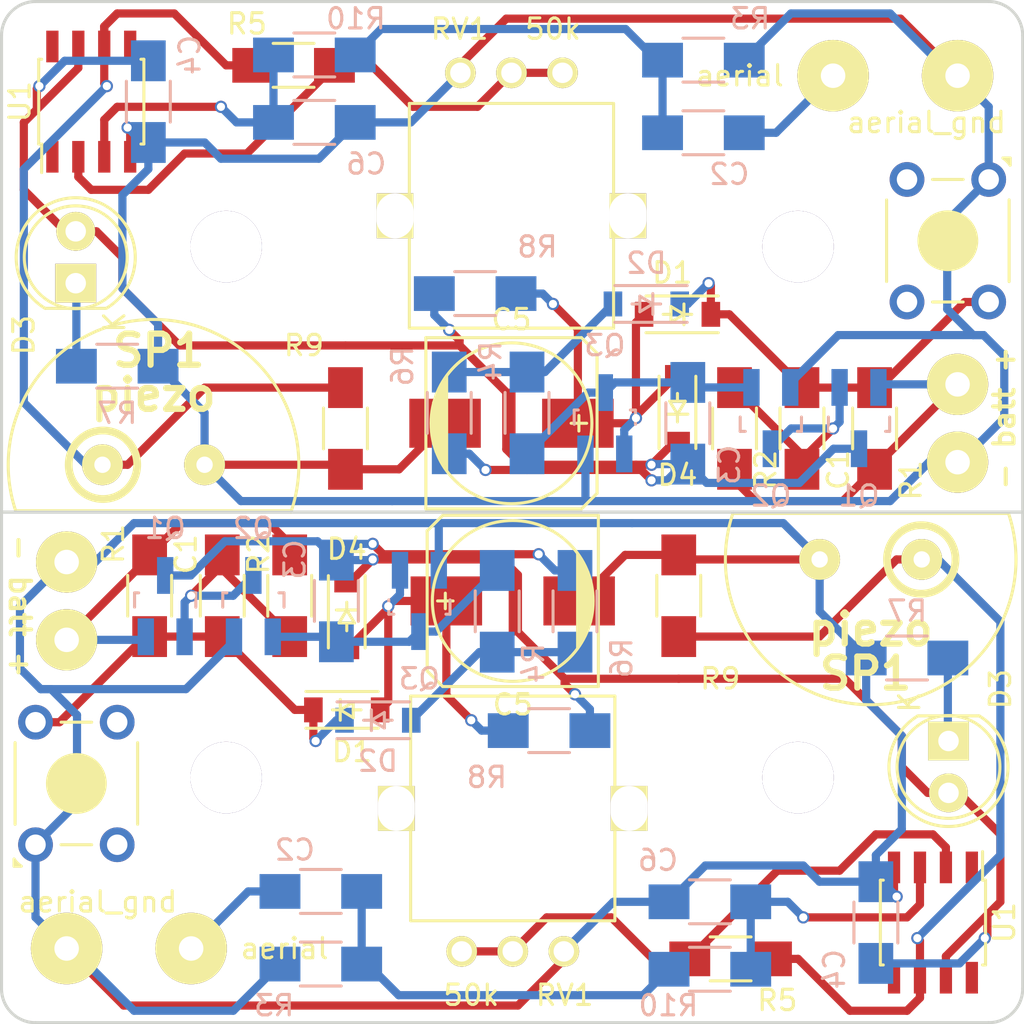
<source format=kicad_pcb>
(kicad_pcb (version 4) (host pcbnew 0.201603210401+6634~43~ubuntu14.04.1-product)

  (general
    (links 116)
    (no_connects 14)
    (area 95.445 98.747 154.6545 151.3525)
    (thickness 1.6)
    (drawings 14)
    (tracks 412)
    (zones 0)
    (modules 64)
    (nets 15)
  )

  (page A4)
  (layers
    (0 F.Cu signal)
    (31 B.Cu signal)
    (32 B.Adhes user)
    (33 F.Adhes user)
    (34 B.Paste user)
    (35 F.Paste user)
    (36 B.SilkS user)
    (37 F.SilkS user)
    (38 B.Mask user)
    (39 F.Mask user)
    (40 Dwgs.User user)
    (41 Cmts.User user)
    (42 Eco1.User user)
    (43 Eco2.User user)
    (44 Edge.Cuts user)
    (45 Margin user)
    (46 B.CrtYd user)
    (47 F.CrtYd user)
    (48 B.Fab user)
    (49 F.Fab user)
  )

  (setup
    (last_trace_width 0.4)
    (trace_clearance 0.3)
    (zone_clearance 0.508)
    (zone_45_only no)
    (trace_min 0.2)
    (segment_width 0.2)
    (edge_width 0.15)
    (via_size 0.6)
    (via_drill 0.4)
    (via_min_size 0.4)
    (via_min_drill 0.3)
    (uvia_size 0.3)
    (uvia_drill 0.1)
    (uvias_allowed no)
    (uvia_min_size 0.2)
    (uvia_min_drill 0.1)
    (pcb_text_width 0.3)
    (pcb_text_size 1.5 1.5)
    (mod_edge_width 0.15)
    (mod_text_size 1 1)
    (mod_text_width 0.15)
    (pad_size 1.524 1.524)
    (pad_drill 0.762)
    (pad_to_mask_clearance 0.2)
    (aux_axis_origin 0 0)
    (grid_origin 133.858 101.092)
    (visible_elements FFFFFF7F)
    (pcbplotparams
      (layerselection 0x010f0_ffffffff)
      (usegerberextensions true)
      (excludeedgelayer true)
      (linewidth 0.050000)
      (plotframeref false)
      (viasonmask false)
      (mode 1)
      (useauxorigin false)
      (hpglpennumber 1)
      (hpglpenspeed 20)
      (hpglpendiameter 15)
      (psnegative false)
      (psa4output false)
      (plotreference true)
      (plotvalue true)
      (plotinvisibletext false)
      (padsonsilk false)
      (subtractmaskfromsilk false)
      (outputformat 1)
      (mirror false)
      (drillshape 0)
      (scaleselection 1)
      (outputdirectory gerber/))
  )

  (net 0 "")
  (net 1 GND)
  (net 2 "Net-(R5-Pad1)")
  (net 3 "Net-(BT1-Pad1)")
  (net 4 "Net-(C1-Pad1)")
  (net 5 "Net-(C1-Pad2)")
  (net 6 "Net-(C2-Pad1)")
  (net 7 "Net-(C2-Pad2)")
  (net 8 /VDD)
  (net 9 "Net-(C3-Pad2)")
  (net 10 "Net-(C5-Pad1)")
  (net 11 "Net-(C6-Pad1)")
  (net 12 "Net-(D2-Pad2)")
  (net 13 "Net-(D3-Pad1)")
  (net 14 "Net-(R5-Pad2)")

  (net_class Default "This is the default net class."
    (clearance 0.3)
    (trace_width 0.4)
    (via_dia 0.6)
    (via_drill 0.4)
    (uvia_dia 0.3)
    (uvia_drill 0.1)
    (add_net /VDD)
    (add_net GND)
    (add_net "Net-(BT1-Pad1)")
    (add_net "Net-(C1-Pad1)")
    (add_net "Net-(C1-Pad2)")
    (add_net "Net-(C2-Pad1)")
    (add_net "Net-(C2-Pad2)")
    (add_net "Net-(C3-Pad2)")
    (add_net "Net-(C5-Pad1)")
    (add_net "Net-(C6-Pad1)")
    (add_net "Net-(D2-Pad2)")
    (add_net "Net-(D3-Pad1)")
    (add_net "Net-(R5-Pad1)")
    (add_net "Net-(R5-Pad2)")
  )

  (module Resistors_SMD:R_1206_HandSoldering (layer B.Cu) (tedit 56D4C6A6) (tstamp 56F94CE7)
    (at 126.8095 135.6995 180)
    (descr "Resistor SMD 1206, hand soldering")
    (tags "resistor 1206")
    (path /56D2D948)
    (attr smd)
    (fp_text reference R8 (at 3.048 -2.286 180) (layer B.SilkS)
      (effects (font (size 1 1) (thickness 0.15)) (justify mirror))
    )
    (fp_text value 10M (at 0 -2.3 180) (layer B.Fab)
      (effects (font (size 1 1) (thickness 0.15)) (justify mirror))
    )
    (fp_line (start -3.3 1.2) (end 3.3 1.2) (layer B.CrtYd) (width 0.05))
    (fp_line (start -3.3 -1.2) (end 3.3 -1.2) (layer B.CrtYd) (width 0.05))
    (fp_line (start -3.3 1.2) (end -3.3 -1.2) (layer B.CrtYd) (width 0.05))
    (fp_line (start 3.3 1.2) (end 3.3 -1.2) (layer B.CrtYd) (width 0.05))
    (fp_line (start 1 -1.075) (end -1 -1.075) (layer B.SilkS) (width 0.15))
    (fp_line (start -1 1.075) (end 1 1.075) (layer B.SilkS) (width 0.15))
    (pad 1 smd rect (at -2 0 180) (size 2 1.7) (layers B.Cu B.Paste B.Mask)
      (net 8 /VDD))
    (pad 2 smd rect (at 2 0 180) (size 2 1.7) (layers B.Cu B.Paste B.Mask)
      (net 10 "Net-(C5-Pad1)"))
    (model Resistors_SMD.3dshapes/R_1206_HandSoldering.wrl
      (at (xyz 0 0 0))
      (scale (xyz 1 1 1))
      (rotate (xyz 0 0 0))
    )
  )

  (module Resistors_SMD:R_1206_HandSoldering (layer B.Cu) (tedit 56D601EA) (tstamp 56F94CDC)
    (at 115.6335 143.5735 180)
    (descr "Resistor SMD 1206, hand soldering")
    (tags "resistor 1206")
    (path /56D2B3EF)
    (attr smd)
    (fp_text reference C2 (at 1.27 2.032 180) (layer B.SilkS)
      (effects (font (size 1 1) (thickness 0.15)) (justify mirror))
    )
    (fp_text value 100pF (at -2.794 2.032 180) (layer B.Fab)
      (effects (font (size 1 1) (thickness 0.15)) (justify mirror))
    )
    (fp_line (start -3.3 1.2) (end 3.3 1.2) (layer B.CrtYd) (width 0.05))
    (fp_line (start -3.3 -1.2) (end 3.3 -1.2) (layer B.CrtYd) (width 0.05))
    (fp_line (start -3.3 1.2) (end -3.3 -1.2) (layer B.CrtYd) (width 0.05))
    (fp_line (start 3.3 1.2) (end 3.3 -1.2) (layer B.CrtYd) (width 0.05))
    (fp_line (start 1 -1.075) (end -1 -1.075) (layer B.SilkS) (width 0.15))
    (fp_line (start -1 1.075) (end 1 1.075) (layer B.SilkS) (width 0.15))
    (pad 1 smd rect (at -2 0 180) (size 2 1.7) (layers B.Cu B.Paste B.Mask)
      (net 6 "Net-(C2-Pad1)"))
    (pad 2 smd rect (at 2 0 180) (size 2 1.7) (layers B.Cu B.Paste B.Mask)
      (net 7 "Net-(C2-Pad2)"))
    (model Resistors_SMD.3dshapes/R_1206_HandSoldering.wrl
      (at (xyz 0 0 0))
      (scale (xyz 1 1 1))
      (rotate (xyz 0 0 0))
    )
  )

  (module Resistors_SMD:R_1206_HandSoldering (layer B.Cu) (tedit 56D601D0) (tstamp 56F94CD1)
    (at 115.6335 147.1295 180)
    (descr "Resistor SMD 1206, hand soldering")
    (tags "resistor 1206")
    (path /56D2B437)
    (attr smd)
    (fp_text reference R3 (at 2.286 -2.032 180) (layer B.SilkS)
      (effects (font (size 1 1) (thickness 0.15)) (justify mirror))
    )
    (fp_text value 1M (at -1.524 -2.032 180) (layer B.Fab)
      (effects (font (size 1 1) (thickness 0.15)) (justify mirror))
    )
    (fp_line (start -3.3 1.2) (end 3.3 1.2) (layer B.CrtYd) (width 0.05))
    (fp_line (start -3.3 -1.2) (end 3.3 -1.2) (layer B.CrtYd) (width 0.05))
    (fp_line (start -3.3 1.2) (end -3.3 -1.2) (layer B.CrtYd) (width 0.05))
    (fp_line (start 3.3 1.2) (end 3.3 -1.2) (layer B.CrtYd) (width 0.05))
    (fp_line (start 1 -1.075) (end -1 -1.075) (layer B.SilkS) (width 0.15))
    (fp_line (start -1 1.075) (end 1 1.075) (layer B.SilkS) (width 0.15))
    (pad 1 smd rect (at -2 0 180) (size 2 1.7) (layers B.Cu B.Paste B.Mask)
      (net 6 "Net-(C2-Pad1)"))
    (pad 2 smd rect (at 2 0 180) (size 2 1.7) (layers B.Cu B.Paste B.Mask)
      (net 1 GND))
    (model Resistors_SMD.3dshapes/R_1206_HandSoldering.wrl
      (at (xyz 0 0 0))
      (scale (xyz 1 1 1))
      (rotate (xyz 0 0 0))
    )
  )

  (module Diodes_SMD:SOD-123 (layer B.Cu) (tedit 56D4C489) (tstamp 56F94CC0)
    (at 118.4275 135.1915)
    (descr SOD-123)
    (tags SOD-123)
    (path /56D2C510)
    (attr smd)
    (fp_text reference D2 (at 0 2) (layer B.SilkS)
      (effects (font (size 1 1) (thickness 0.15)) (justify mirror))
    )
    (fp_text value 1n4148 (at 0 -2.1) (layer B.Fab) hide
      (effects (font (size 1 1) (thickness 0.15)) (justify mirror))
    )
    (fp_line (start 0.3175 0) (end 0.6985 0) (layer B.SilkS) (width 0.15))
    (fp_line (start -0.6985 0) (end -0.3175 0) (layer B.SilkS) (width 0.15))
    (fp_line (start -0.3175 0) (end 0.3175 0.381) (layer B.SilkS) (width 0.15))
    (fp_line (start 0.3175 0.381) (end 0.3175 -0.381) (layer B.SilkS) (width 0.15))
    (fp_line (start 0.3175 -0.381) (end -0.3175 0) (layer B.SilkS) (width 0.15))
    (fp_line (start -0.3175 0.508) (end -0.3175 -0.508) (layer B.SilkS) (width 0.15))
    (fp_line (start -2.25 1.05) (end 2.25 1.05) (layer B.CrtYd) (width 0.05))
    (fp_line (start 2.25 1.05) (end 2.25 -1.05) (layer B.CrtYd) (width 0.05))
    (fp_line (start 2.25 -1.05) (end -2.25 -1.05) (layer B.CrtYd) (width 0.05))
    (fp_line (start -2.25 1.05) (end -2.25 -1.05) (layer B.CrtYd) (width 0.05))
    (fp_line (start -2 -0.9) (end 1.54 -0.9) (layer B.SilkS) (width 0.15))
    (fp_line (start -2 0.9) (end 1.54 0.9) (layer B.SilkS) (width 0.15))
    (pad 1 smd rect (at -1.635 0) (size 0.91 1.22) (layers B.Cu B.Paste B.Mask)
      (net 5 "Net-(C1-Pad2)"))
    (pad 2 smd rect (at 1.635 0) (size 0.91 1.22) (layers B.Cu B.Paste B.Mask)
      (net 12 "Net-(D2-Pad2)"))
  )

  (module TO_SOT_Packages_SMD:SOT-23_Handsoldering (layer B.Cu) (tedit 56D4C58F) (tstamp 56F94CB6)
    (at 112.3315 129.6035 180)
    (descr "SOT-23, Handsoldering")
    (tags SOT-23)
    (path /56D2C1ED)
    (attr smd)
    (fp_text reference Q2 (at 0 3.81 180) (layer B.SilkS)
      (effects (font (size 1 1) (thickness 0.15)) (justify mirror))
    )
    (fp_text value 2N7002E (at -0.762 -3.556 180) (layer B.Fab)
      (effects (font (size 0.6 0.6) (thickness 0.15)) (justify mirror))
    )
    (fp_line (start -1.49982 -0.0508) (end -1.49982 0.65024) (layer B.SilkS) (width 0.15))
    (fp_line (start -1.49982 0.65024) (end -1.2509 0.65024) (layer B.SilkS) (width 0.15))
    (fp_line (start 1.29916 0.65024) (end 1.49982 0.65024) (layer B.SilkS) (width 0.15))
    (fp_line (start 1.49982 0.65024) (end 1.49982 -0.0508) (layer B.SilkS) (width 0.15))
    (pad 1 smd rect (at -0.95 -1.50114 180) (size 0.8001 1.80086) (layers B.Cu B.Paste B.Mask)
      (net 9 "Net-(C3-Pad2)"))
    (pad 2 smd rect (at 0.95 -1.50114 180) (size 0.8001 1.80086) (layers B.Cu B.Paste B.Mask)
      (net 1 GND))
    (pad 3 smd rect (at 0 1.50114 180) (size 0.8001 1.80086) (layers B.Cu B.Paste B.Mask)
      (net 4 "Net-(C1-Pad1)"))
    (model TO_SOT_Packages_SMD.3dshapes/SOT-23_Handsoldering.wrl
      (at (xyz 0 0 0))
      (scale (xyz 1 1 1))
      (rotate (xyz 0 0 0))
    )
  )

  (module Resistors_SMD:R_1206_HandSoldering (layer B.Cu) (tedit 56D4C531) (tstamp 56F94CAB)
    (at 116.3955 129.3495 270)
    (descr "Resistor SMD 1206, hand soldering")
    (tags "resistor 1206")
    (path /56D2C63C)
    (attr smd)
    (fp_text reference C3 (at -2.032 2.032 270) (layer B.SilkS)
      (effects (font (size 1 1) (thickness 0.15)) (justify mirror))
    )
    (fp_text value 10uF (at 0.254 -2.032 270) (layer B.Fab)
      (effects (font (size 1 1) (thickness 0.15)) (justify mirror))
    )
    (fp_line (start -3.3 1.2) (end 3.3 1.2) (layer B.CrtYd) (width 0.05))
    (fp_line (start -3.3 -1.2) (end 3.3 -1.2) (layer B.CrtYd) (width 0.05))
    (fp_line (start -3.3 1.2) (end -3.3 -1.2) (layer B.CrtYd) (width 0.05))
    (fp_line (start 3.3 1.2) (end 3.3 -1.2) (layer B.CrtYd) (width 0.05))
    (fp_line (start 1 -1.075) (end -1 -1.075) (layer B.SilkS) (width 0.15))
    (fp_line (start -1 1.075) (end 1 1.075) (layer B.SilkS) (width 0.15))
    (pad 1 smd rect (at -2 0 270) (size 2 1.7) (layers B.Cu B.Paste B.Mask)
      (net 8 /VDD))
    (pad 2 smd rect (at 2 0 270) (size 2 1.7) (layers B.Cu B.Paste B.Mask)
      (net 9 "Net-(C3-Pad2)"))
    (model Resistors_SMD.3dshapes/R_1206_HandSoldering.wrl
      (at (xyz 0 0 0))
      (scale (xyz 1 1 1))
      (rotate (xyz 0 0 0))
    )
  )

  (module Resistors_SMD:R_1206_HandSoldering (layer B.Cu) (tedit 56D4C4DA) (tstamp 56F94CA0)
    (at 128.0795 129.8575 270)
    (descr "Resistor SMD 1206, hand soldering")
    (tags "resistor 1206")
    (path /56D2C696)
    (attr smd)
    (fp_text reference R6 (at 2.286 -2.286 270) (layer B.SilkS)
      (effects (font (size 1 1) (thickness 0.15)) (justify mirror))
    )
    (fp_text value 100k (at -1.524 -2.286 270) (layer B.Fab)
      (effects (font (size 1 1) (thickness 0.15)) (justify mirror))
    )
    (fp_line (start -3.3 1.2) (end 3.3 1.2) (layer B.CrtYd) (width 0.05))
    (fp_line (start -3.3 -1.2) (end 3.3 -1.2) (layer B.CrtYd) (width 0.05))
    (fp_line (start -3.3 1.2) (end -3.3 -1.2) (layer B.CrtYd) (width 0.05))
    (fp_line (start 3.3 1.2) (end 3.3 -1.2) (layer B.CrtYd) (width 0.05))
    (fp_line (start 1 -1.075) (end -1 -1.075) (layer B.SilkS) (width 0.15))
    (fp_line (start -1 1.075) (end 1 1.075) (layer B.SilkS) (width 0.15))
    (pad 1 smd rect (at -2 0 270) (size 2 1.7) (layers B.Cu B.Paste B.Mask)
      (net 8 /VDD))
    (pad 2 smd rect (at 2 0 270) (size 2 1.7) (layers B.Cu B.Paste B.Mask)
      (net 12 "Net-(D2-Pad2)"))
    (model Resistors_SMD.3dshapes/R_1206_HandSoldering.wrl
      (at (xyz 0 0 0))
      (scale (xyz 1 1 1))
      (rotate (xyz 0 0 0))
    )
  )

  (module Resistors_SMD:R_1206_HandSoldering (layer B.Cu) (tedit 56D4C4FB) (tstamp 56F94C95)
    (at 124.2695 129.8575 90)
    (descr "Resistor SMD 1206, hand soldering")
    (tags "resistor 1206")
    (path /56D2C6DA)
    (attr smd)
    (fp_text reference R4 (at -2.54 1.778 90) (layer B.SilkS)
      (effects (font (size 1 1) (thickness 0.15)) (justify mirror))
    )
    (fp_text value 330k (at 0.762 1.778 90) (layer B.Fab)
      (effects (font (size 1 1) (thickness 0.15)) (justify mirror))
    )
    (fp_line (start -3.3 1.2) (end 3.3 1.2) (layer B.CrtYd) (width 0.05))
    (fp_line (start -3.3 -1.2) (end 3.3 -1.2) (layer B.CrtYd) (width 0.05))
    (fp_line (start -3.3 1.2) (end -3.3 -1.2) (layer B.CrtYd) (width 0.05))
    (fp_line (start 3.3 1.2) (end 3.3 -1.2) (layer B.CrtYd) (width 0.05))
    (fp_line (start 1 -1.075) (end -1 -1.075) (layer B.SilkS) (width 0.15))
    (fp_line (start -1 1.075) (end 1 1.075) (layer B.SilkS) (width 0.15))
    (pad 1 smd rect (at -2 0 90) (size 2 1.7) (layers B.Cu B.Paste B.Mask)
      (net 12 "Net-(D2-Pad2)"))
    (pad 2 smd rect (at 2 0 90) (size 2 1.7) (layers B.Cu B.Paste B.Mask)
      (net 9 "Net-(C3-Pad2)"))
    (model Resistors_SMD.3dshapes/R_1206_HandSoldering.wrl
      (at (xyz 0 0 0))
      (scale (xyz 1 1 1))
      (rotate (xyz 0 0 0))
    )
  )

  (module TO_SOT_Packages_SMD:SOT-23_Handsoldering (layer B.Cu) (tedit 56D4C595) (tstamp 56F94C8B)
    (at 108.0135 129.6035 180)
    (descr "SOT-23, Handsoldering")
    (tags SOT-23)
    (path /56D2C0EB)
    (attr smd)
    (fp_text reference Q1 (at 0 3.81 180) (layer B.SilkS)
      (effects (font (size 1 1) (thickness 0.15)) (justify mirror))
    )
    (fp_text value DMP3099L-7 (at 0 -3.556 180) (layer B.Fab)
      (effects (font (size 0.6 0.6) (thickness 0.15)) (justify mirror))
    )
    (fp_line (start -1.49982 -0.0508) (end -1.49982 0.65024) (layer B.SilkS) (width 0.15))
    (fp_line (start -1.49982 0.65024) (end -1.2509 0.65024) (layer B.SilkS) (width 0.15))
    (fp_line (start 1.29916 0.65024) (end 1.49982 0.65024) (layer B.SilkS) (width 0.15))
    (fp_line (start 1.49982 0.65024) (end 1.49982 -0.0508) (layer B.SilkS) (width 0.15))
    (pad 1 smd rect (at -0.95 -1.50114 180) (size 0.8001 1.80086) (layers B.Cu B.Paste B.Mask)
      (net 4 "Net-(C1-Pad1)"))
    (pad 2 smd rect (at 0.95 -1.50114 180) (size 0.8001 1.80086) (layers B.Cu B.Paste B.Mask)
      (net 3 "Net-(BT1-Pad1)"))
    (pad 3 smd rect (at 0 1.50114 180) (size 0.8001 1.80086) (layers B.Cu B.Paste B.Mask)
      (net 8 /VDD))
    (model TO_SOT_Packages_SMD.3dshapes/SOT-23_Handsoldering.wrl
      (at (xyz 0 0 0))
      (scale (xyz 1 1 1))
      (rotate (xyz 0 0 0))
    )
  )

  (module TO_SOT_Packages_SMD:SOT-23_Handsoldering (layer B.Cu) (tedit 54E9291B) (tstamp 56F94C81)
    (at 120.4595 129.3495)
    (descr "SOT-23, Handsoldering")
    (tags SOT-23)
    (path /56D2C2C4)
    (attr smd)
    (fp_text reference Q3 (at 0 3.81) (layer B.SilkS)
      (effects (font (size 1 1) (thickness 0.15)) (justify mirror))
    )
    (fp_text value 2N7002E (at 0 -3.81) (layer B.Fab)
      (effects (font (size 1 1) (thickness 0.15)) (justify mirror))
    )
    (fp_line (start -1.49982 -0.0508) (end -1.49982 0.65024) (layer B.SilkS) (width 0.15))
    (fp_line (start -1.49982 0.65024) (end -1.2509 0.65024) (layer B.SilkS) (width 0.15))
    (fp_line (start 1.29916 0.65024) (end 1.49982 0.65024) (layer B.SilkS) (width 0.15))
    (fp_line (start 1.49982 0.65024) (end 1.49982 -0.0508) (layer B.SilkS) (width 0.15))
    (pad 1 smd rect (at -0.95 -1.50114) (size 0.8001 1.80086) (layers B.Cu B.Paste B.Mask)
      (net 10 "Net-(C5-Pad1)"))
    (pad 2 smd rect (at 0.95 -1.50114) (size 0.8001 1.80086) (layers B.Cu B.Paste B.Mask)
      (net 1 GND))
    (pad 3 smd rect (at 0 1.50114) (size 0.8001 1.80086) (layers B.Cu B.Paste B.Mask)
      (net 9 "Net-(C3-Pad2)"))
    (model TO_SOT_Packages_SMD.3dshapes/SOT-23_Handsoldering.wrl
      (at (xyz 0 0 0))
      (scale (xyz 1 1 1))
      (rotate (xyz 0 0 0))
    )
  )

  (module Resistors_SMD:R_1206_HandSoldering (layer B.Cu) (tedit 56D4C67A) (tstamp 56F94C76)
    (at 142.8115 145.0975 270)
    (descr "Resistor SMD 1206, hand soldering")
    (tags "resistor 1206")
    (path /56D2BC5D)
    (attr smd)
    (fp_text reference C4 (at 2.286 2.032 270) (layer B.SilkS)
      (effects (font (size 1 1) (thickness 0.15)) (justify mirror))
    )
    (fp_text value 100nF (at -1.524 2.032 270) (layer B.Fab)
      (effects (font (size 1 1) (thickness 0.15)) (justify mirror))
    )
    (fp_line (start -3.3 1.2) (end 3.3 1.2) (layer B.CrtYd) (width 0.05))
    (fp_line (start -3.3 -1.2) (end 3.3 -1.2) (layer B.CrtYd) (width 0.05))
    (fp_line (start -3.3 1.2) (end -3.3 -1.2) (layer B.CrtYd) (width 0.05))
    (fp_line (start 3.3 1.2) (end 3.3 -1.2) (layer B.CrtYd) (width 0.05))
    (fp_line (start 1 -1.075) (end -1 -1.075) (layer B.SilkS) (width 0.15))
    (fp_line (start -1 1.075) (end 1 1.075) (layer B.SilkS) (width 0.15))
    (pad 1 smd rect (at -2 0 270) (size 2 1.7) (layers B.Cu B.Paste B.Mask)
      (net 1 GND))
    (pad 2 smd rect (at 2 0 270) (size 2 1.7) (layers B.Cu B.Paste B.Mask)
      (net 8 /VDD))
    (model Resistors_SMD.3dshapes/R_1206_HandSoldering.wrl
      (at (xyz 0 0 0))
      (scale (xyz 1 1 1))
      (rotate (xyz 0 0 0))
    )
  )

  (module Resistors_SMD:R_1206_HandSoldering (layer B.Cu) (tedit 56D6013C) (tstamp 56F94C6B)
    (at 134.6835 147.3835 180)
    (descr "Resistor SMD 1206, hand soldering")
    (tags "resistor 1206")
    (path /56D2FFD3)
    (attr smd)
    (fp_text reference R10 (at 2.032 -1.778 180) (layer B.SilkS)
      (effects (font (size 1 1) (thickness 0.15)) (justify mirror))
    )
    (fp_text value 330 (at -1.524 -1.778 180) (layer B.Fab)
      (effects (font (size 1 1) (thickness 0.15)) (justify mirror))
    )
    (fp_line (start -3.3 1.2) (end 3.3 1.2) (layer B.CrtYd) (width 0.05))
    (fp_line (start -3.3 -1.2) (end 3.3 -1.2) (layer B.CrtYd) (width 0.05))
    (fp_line (start -3.3 1.2) (end -3.3 -1.2) (layer B.CrtYd) (width 0.05))
    (fp_line (start 3.3 1.2) (end 3.3 -1.2) (layer B.CrtYd) (width 0.05))
    (fp_line (start 1 -1.075) (end -1 -1.075) (layer B.SilkS) (width 0.15))
    (fp_line (start -1 1.075) (end 1 1.075) (layer B.SilkS) (width 0.15))
    (pad 1 smd rect (at -2 0 180) (size 2 1.7) (layers B.Cu B.Paste B.Mask)
      (net 11 "Net-(C6-Pad1)"))
    (pad 2 smd rect (at 2 0 180) (size 2 1.7) (layers B.Cu B.Paste B.Mask)
      (net 6 "Net-(C2-Pad1)"))
    (model Resistors_SMD.3dshapes/R_1206_HandSoldering.wrl
      (at (xyz 0 0 0))
      (scale (xyz 1 1 1))
      (rotate (xyz 0 0 0))
    )
  )

  (module Resistors_SMD:R_1206_HandSoldering (layer B.Cu) (tedit 5418A20D) (tstamp 56F94C60)
    (at 144.3355 132.1435 180)
    (descr "Resistor SMD 1206, hand soldering")
    (tags "resistor 1206")
    (path /56D2CF50)
    (attr smd)
    (fp_text reference R7 (at 0 2.3 180) (layer B.SilkS)
      (effects (font (size 1 1) (thickness 0.15)) (justify mirror))
    )
    (fp_text value 680 (at 0 -2.3 180) (layer B.Fab)
      (effects (font (size 1 1) (thickness 0.15)) (justify mirror))
    )
    (fp_line (start -3.3 1.2) (end 3.3 1.2) (layer B.CrtYd) (width 0.05))
    (fp_line (start -3.3 -1.2) (end 3.3 -1.2) (layer B.CrtYd) (width 0.05))
    (fp_line (start -3.3 1.2) (end -3.3 -1.2) (layer B.CrtYd) (width 0.05))
    (fp_line (start 3.3 1.2) (end 3.3 -1.2) (layer B.CrtYd) (width 0.05))
    (fp_line (start 1 -1.075) (end -1 -1.075) (layer B.SilkS) (width 0.15))
    (fp_line (start -1 1.075) (end 1 1.075) (layer B.SilkS) (width 0.15))
    (pad 1 smd rect (at -2 0 180) (size 2 1.7) (layers B.Cu B.Paste B.Mask)
      (net 13 "Net-(D3-Pad1)"))
    (pad 2 smd rect (at 2 0 180) (size 2 1.7) (layers B.Cu B.Paste B.Mask)
      (net 1 GND))
    (model Resistors_SMD.3dshapes/R_1206_HandSoldering.wrl
      (at (xyz 0 0 0))
      (scale (xyz 1 1 1))
      (rotate (xyz 0 0 0))
    )
  )

  (module Resistors_SMD:R_1206_HandSoldering (layer B.Cu) (tedit 56D6025B) (tstamp 56F94C55)
    (at 134.6835 144.0815 180)
    (descr "Resistor SMD 1206, hand soldering")
    (tags "resistor 1206")
    (path /56D302C4)
    (attr smd)
    (fp_text reference C6 (at 2.54 2.032 180) (layer B.SilkS)
      (effects (font (size 1 1) (thickness 0.15)) (justify mirror))
    )
    (fp_text value 100pF (at -1.27 2.032 180) (layer B.Fab)
      (effects (font (size 1 1) (thickness 0.15)) (justify mirror))
    )
    (fp_line (start -3.3 1.2) (end 3.3 1.2) (layer B.CrtYd) (width 0.05))
    (fp_line (start -3.3 -1.2) (end 3.3 -1.2) (layer B.CrtYd) (width 0.05))
    (fp_line (start -3.3 1.2) (end -3.3 -1.2) (layer B.CrtYd) (width 0.05))
    (fp_line (start 3.3 1.2) (end 3.3 -1.2) (layer B.CrtYd) (width 0.05))
    (fp_line (start 1 -1.075) (end -1 -1.075) (layer B.SilkS) (width 0.15))
    (fp_line (start -1 1.075) (end 1 1.075) (layer B.SilkS) (width 0.15))
    (pad 1 smd rect (at -2 0 180) (size 2 1.7) (layers B.Cu B.Paste B.Mask)
      (net 11 "Net-(C6-Pad1)"))
    (pad 2 smd rect (at 2 0 180) (size 2 1.7) (layers B.Cu B.Paste B.Mask)
      (net 1 GND))
    (model Resistors_SMD.3dshapes/R_1206_HandSoldering.wrl
      (at (xyz 0 0 0))
      (scale (xyz 1 1 1))
      (rotate (xyz 0 0 0))
    )
  )

  (module Diodes_SMD:SOD-123 (layer F.Cu) (tedit 56D4C630) (tstamp 56F94C44)
    (at 116.9035 134.6835)
    (descr SOD-123)
    (tags SOD-123)
    (path /56D2EB20)
    (attr smd)
    (fp_text reference D1 (at 0.254 2.032) (layer F.SilkS)
      (effects (font (size 1 1) (thickness 0.15)))
    )
    (fp_text value 1n4148 (at 0 2.1) (layer F.Fab) hide
      (effects (font (size 1 1) (thickness 0.15)))
    )
    (fp_line (start 0.3175 0) (end 0.6985 0) (layer F.SilkS) (width 0.15))
    (fp_line (start -0.6985 0) (end -0.3175 0) (layer F.SilkS) (width 0.15))
    (fp_line (start -0.3175 0) (end 0.3175 -0.381) (layer F.SilkS) (width 0.15))
    (fp_line (start 0.3175 -0.381) (end 0.3175 0.381) (layer F.SilkS) (width 0.15))
    (fp_line (start 0.3175 0.381) (end -0.3175 0) (layer F.SilkS) (width 0.15))
    (fp_line (start -0.3175 -0.508) (end -0.3175 0.508) (layer F.SilkS) (width 0.15))
    (fp_line (start -2.25 -1.05) (end 2.25 -1.05) (layer F.CrtYd) (width 0.05))
    (fp_line (start 2.25 -1.05) (end 2.25 1.05) (layer F.CrtYd) (width 0.05))
    (fp_line (start 2.25 1.05) (end -2.25 1.05) (layer F.CrtYd) (width 0.05))
    (fp_line (start -2.25 -1.05) (end -2.25 1.05) (layer F.CrtYd) (width 0.05))
    (fp_line (start -2 0.9) (end 1.54 0.9) (layer F.SilkS) (width 0.15))
    (fp_line (start -2 -0.9) (end 1.54 -0.9) (layer F.SilkS) (width 0.15))
    (pad 1 smd rect (at -1.635 0) (size 0.91 1.22) (layers F.Cu F.Paste F.Mask)
      (net 5 "Net-(C1-Pad2)"))
    (pad 2 smd rect (at 1.635 0) (size 0.91 1.22) (layers F.Cu F.Paste F.Mask)
      (net 10 "Net-(C5-Pad1)"))
  )

  (module Wire_Pads:SolderWirePad_single_1-2mmDrill (layer F.Cu) (tedit 56D6036B) (tstamp 56F94C40)
    (at 103.1875 146.3675 180)
    (path /56D2D503)
    (fp_text reference P2 (at 0 -3.81 180) (layer F.SilkS) hide
      (effects (font (size 1 1) (thickness 0.15)))
    )
    (fp_text value aerial_gnd (at -1.524 2.286 180) (layer F.SilkS)
      (effects (font (size 1 1) (thickness 0.15)))
    )
    (pad 1 thru_hole circle (at 0 0 180) (size 3.50012 3.50012) (drill 1.19888) (layers *.Cu *.Mask F.SilkS)
      (net 1 GND))
  )

  (module Mounting_Holes:MountingHole_3-5mm (layer F.Cu) (tedit 56D4C331) (tstamp 56F94C3B)
    (at 110.9995 137.9995 180)
    (descr "Mounting hole, Befestigungsbohrung, 3,5mm, No Annular, Kein Restring,")
    (tags "Mounting hole, Befestigungsbohrung, 3,5mm, No Annular, Kein Restring,")
    (fp_text reference REF** (at 0 -4.50088 180) (layer F.SilkS) hide
      (effects (font (size 1 1) (thickness 0.15)))
    )
    (fp_text value MountingHole_3-5mm (at 0 5.00126 180) (layer F.Fab) hide
      (effects (font (size 1 1) (thickness 0.15)))
    )
    (fp_circle (center 0 0) (end 3.5 0) (layer Cmts.User) (width 0.381))
    (pad 1 thru_hole circle (at 0 0 180) (size 3.5 3.5) (drill 3.5) (layers))
  )

  (module Buttons_Switches_ThroughHole:SW_TH_Tactile_Omron_B3F-10xx (layer F.Cu) (tedit 56D6020B) (tstamp 56F94C20)
    (at 101.6635 141.2875 90)
    (descr SW_TH_Tactile_Omron_B3F-10xx)
    (tags "Omron B3F-10xx")
    (path /56D2C5C4)
    (fp_text reference SW1 (at 3 6 90) (layer F.SilkS) hide
      (effects (font (size 1 1) (thickness 0.15)))
    )
    (fp_text value on-off (at 2.794 2.032 180) (layer F.Fab)
      (effects (font (size 1 1) (thickness 0.15)))
    )
    (fp_line (start -0.95 -1) (end -0.95 -0.9) (layer F.SilkS) (width 0.15))
    (fp_line (start -1.05 -1.05) (end -0.7 -1.05) (layer F.SilkS) (width 0.15))
    (fp_arc (start 0 0) (end -1.05 -0.7) (angle 22.61986495) (layer F.SilkS) (width 0.15))
    (fp_line (start -1.05 -1.05) (end -1.05 -0.7) (layer F.SilkS) (width 0.15))
    (fp_line (start 7.15 -1.15) (end 0.45 -1.15) (layer F.CrtYd) (width 0.05))
    (fp_line (start 7.15 5.15) (end 7.15 -1.15) (layer F.CrtYd) (width 0.05))
    (fp_line (start -1.15 5.15) (end 7.15 5.15) (layer F.CrtYd) (width 0.05))
    (fp_line (start -1.15 0) (end -1.15 5.15) (layer F.CrtYd) (width 0.05))
    (fp_line (start -1.15 -1.15) (end 0.45 -1.15) (layer F.CrtYd) (width 0.05))
    (fp_line (start -1.15 0) (end -1.15 -1.15) (layer F.CrtYd) (width 0.05))
    (fp_circle (center 3 2) (end 4 3) (layer F.SilkS) (width 0.15))
    (fp_line (start 1 5) (end 5 5) (layer F.SilkS) (width 0.15))
    (fp_line (start 1 -1) (end 5 -1) (layer F.SilkS) (width 0.15))
    (fp_line (start 0 2.75) (end 0 1.25) (layer F.SilkS) (width 0.15))
    (fp_line (start 6 1.25) (end 6 2.75) (layer F.SilkS) (width 0.15))
    (fp_line (start 0 2) (end 0 2) (layer F.SilkS) (width 0))
    (fp_line (start 5 5) (end 1 5) (layer F.SilkS) (width 0))
    (fp_line (start 5 -1) (end 1 -1) (layer F.SilkS) (width 0))
    (fp_line (start 6 2) (end 6 2) (layer F.SilkS) (width 0))
    (fp_circle (center 3 2) (end 4 3) (layer F.SilkS) (width 0))
    (pad 4 thru_hole circle (at 6 4 90) (size 1.7 1.7) (drill 1) (layers *.Cu *.Mask))
    (pad 3 thru_hole circle (at 0 4 90) (size 1.7 1.7) (drill 1) (layers *.Cu *.Mask))
    (pad 2 thru_hole circle (at 6 0 90) (size 1.7 1.7) (drill 1) (layers *.Cu *.Mask)
      (net 5 "Net-(C1-Pad2)"))
    (pad 1 thru_hole circle (at 0 0 90) (size 1.7 1.7) (drill 1) (layers *.Cu *.Mask)
      (net 1 GND))
  )

  (module Wire_Pads:SolderWirePad_single_1-2mmDrill (layer F.Cu) (tedit 56D60378) (tstamp 56F94C1C)
    (at 109.2835 146.3675 180)
    (path /56D2B5CC)
    (fp_text reference P1 (at 0 -3.81 180) (layer F.SilkS) hide
      (effects (font (size 1 1) (thickness 0.15)))
    )
    (fp_text value aerial (at -4.572 0 180) (layer F.SilkS)
      (effects (font (size 1 1) (thickness 0.15)))
    )
    (pad 1 thru_hole circle (at 0 0 180) (size 3.50012 3.50012) (drill 1.19888) (layers *.Cu *.Mask F.SilkS)
      (net 7 "Net-(C2-Pad2)"))
  )

  (module modules:PS1420 (layer F.Cu) (tedit 56F948DA) (tstamp 56F94C14)
    (at 142.5575 127.3175 180)
    (path /56D2B785)
    (fp_text reference SP1 (at 0.254 -5.588 180) (layer F.SilkS)
      (effects (font (thickness 0.3048)))
    )
    (fp_text value piezo (at 0 -3.429 180) (layer F.SilkS)
      (effects (font (thickness 0.3048)))
    )
    (fp_arc (start 0 0) (end -6.75 2.25) (angle 217.5284408) (layer F.SilkS) (width 0.15))
    (fp_line (start 6.75 2.25) (end -6.75 2.25) (layer F.SilkS) (width 0.15))
    (fp_circle (center -2.4765 0) (end -1.016 0.8255) (layer F.SilkS) (width 0.381))
    (pad 1 thru_hole circle (at -2.49936 0 180) (size 1.99898 1.99898) (drill 0.8001) (layers *.Cu *.Mask F.SilkS)
      (net 2 "Net-(R5-Pad1)"))
    (pad 2 thru_hole circle (at 2.49936 0 180) (size 1.99898 1.99898) (drill 0.8001) (layers *.Cu *.Mask F.SilkS)
      (net 1 GND))
  )

  (module LEDs:LED-5MM (layer F.Cu) (tedit 56D4C69B) (tstamp 56F94C09)
    (at 146.3675 136.2075 270)
    (descr "LED 5mm round vertical")
    (tags "LED 5mm round vertical")
    (path /56D2CE93)
    (fp_text reference D3 (at -2.54 -2.54 270) (layer F.SilkS)
      (effects (font (size 1 1) (thickness 0.15)))
    )
    (fp_text value LED (at 3.81 -7.112 270) (layer F.Fab) hide
      (effects (font (size 1 1) (thickness 0.15)))
    )
    (fp_line (start -1.5 -1.55) (end -1.5 1.55) (layer F.CrtYd) (width 0.05))
    (fp_arc (start 1.3 0) (end -1.5 1.55) (angle -302) (layer F.CrtYd) (width 0.05))
    (fp_arc (start 1.27 0) (end -1.23 -1.5) (angle 297.5) (layer F.SilkS) (width 0.15))
    (fp_line (start -1.23 1.5) (end -1.23 -1.5) (layer F.SilkS) (width 0.15))
    (fp_circle (center 1.27 0) (end 0.97 -2.5) (layer F.SilkS) (width 0.15))
    (fp_text user K (at -1.905 1.905 270) (layer F.SilkS)
      (effects (font (size 1 1) (thickness 0.15)))
    )
    (pad 1 thru_hole rect (at 0 0) (size 2 1.9) (drill 1.00076) (layers *.Cu *.Mask F.SilkS)
      (net 13 "Net-(D3-Pad1)"))
    (pad 2 thru_hole circle (at 2.54 0 270) (size 1.9 1.9) (drill 1.00076) (layers *.Cu *.Mask F.SilkS)
      (net 8 /VDD))
    (model LEDs.3dshapes/LED-5MM.wrl
      (at (xyz 0.05 0 0))
      (scale (xyz 1 1 1))
      (rotate (xyz 0 0 90))
    )
  )

  (module Housings_SOIC:SOIC-8_3.9x4.9mm_Pitch1.27mm (layer F.Cu) (tedit 54130A77) (tstamp 56F94BF3)
    (at 145.6055 145.0975 270)
    (descr "8-Lead Plastic Small Outline (SN) - Narrow, 3.90 mm Body [SOIC] (see Microchip Packaging Specification 00000049BS.pdf)")
    (tags "SOIC 1.27")
    (path /56D2B64C)
    (attr smd)
    (fp_text reference U1 (at 0 -3.5 270) (layer F.SilkS)
      (effects (font (size 1 1) (thickness 0.15)))
    )
    (fp_text value TL071IDT (at 0 3.5 270) (layer F.Fab)
      (effects (font (size 1 1) (thickness 0.15)))
    )
    (fp_line (start -3.75 -2.75) (end -3.75 2.75) (layer F.CrtYd) (width 0.05))
    (fp_line (start 3.75 -2.75) (end 3.75 2.75) (layer F.CrtYd) (width 0.05))
    (fp_line (start -3.75 -2.75) (end 3.75 -2.75) (layer F.CrtYd) (width 0.05))
    (fp_line (start -3.75 2.75) (end 3.75 2.75) (layer F.CrtYd) (width 0.05))
    (fp_line (start -2.075 -2.575) (end -2.075 -2.43) (layer F.SilkS) (width 0.15))
    (fp_line (start 2.075 -2.575) (end 2.075 -2.43) (layer F.SilkS) (width 0.15))
    (fp_line (start 2.075 2.575) (end 2.075 2.43) (layer F.SilkS) (width 0.15))
    (fp_line (start -2.075 2.575) (end -2.075 2.43) (layer F.SilkS) (width 0.15))
    (fp_line (start -2.075 -2.575) (end 2.075 -2.575) (layer F.SilkS) (width 0.15))
    (fp_line (start -2.075 2.575) (end 2.075 2.575) (layer F.SilkS) (width 0.15))
    (fp_line (start -2.075 -2.43) (end -3.475 -2.43) (layer F.SilkS) (width 0.15))
    (pad 1 smd rect (at -2.7 -1.905 270) (size 1.55 0.6) (layers F.Cu F.Paste F.Mask))
    (pad 2 smd rect (at -2.7 -0.635 270) (size 1.55 0.6) (layers F.Cu F.Paste F.Mask)
      (net 14 "Net-(R5-Pad2)"))
    (pad 3 smd rect (at -2.7 0.635 270) (size 1.55 0.6) (layers F.Cu F.Paste F.Mask)
      (net 11 "Net-(C6-Pad1)"))
    (pad 4 smd rect (at -2.7 1.905 270) (size 1.55 0.6) (layers F.Cu F.Paste F.Mask)
      (net 1 GND))
    (pad 5 smd rect (at 2.7 1.905 270) (size 1.55 0.6) (layers F.Cu F.Paste F.Mask))
    (pad 6 smd rect (at 2.7 0.635 270) (size 1.55 0.6) (layers F.Cu F.Paste F.Mask)
      (net 2 "Net-(R5-Pad1)"))
    (pad 7 smd rect (at 2.7 -0.635 270) (size 1.55 0.6) (layers F.Cu F.Paste F.Mask)
      (net 8 /VDD))
    (pad 8 smd rect (at 2.7 -1.905 270) (size 1.55 0.6) (layers F.Cu F.Paste F.Mask))
    (model Housings_SOIC.3dshapes/SOIC-8_3.9x4.9mm_Pitch1.27mm.wrl
      (at (xyz 0 0 0))
      (scale (xyz 1 1 1))
      (rotate (xyz 0 0 0))
    )
  )

  (module Mounting_Holes:MountingHole_3-5mm (layer F.Cu) (tedit 56D4C32A) (tstamp 56F94BEE)
    (at 138.9995 137.9995 180)
    (descr "Mounting hole, Befestigungsbohrung, 3,5mm, No Annular, Kein Restring,")
    (tags "Mounting hole, Befestigungsbohrung, 3,5mm, No Annular, Kein Restring,")
    (fp_text reference REF** (at 0 -4.50088 180) (layer F.SilkS) hide
      (effects (font (size 1 1) (thickness 0.15)))
    )
    (fp_text value MountingHole_3-5mm (at 0 5.00126 180) (layer F.Fab) hide
      (effects (font (size 1 1) (thickness 0.15)))
    )
    (fp_circle (center 0 0) (end 3.5 0) (layer Cmts.User) (width 0.381))
    (pad 1 thru_hole circle (at 0 0 180) (size 3.5 3.5) (drill 3.5) (layers))
  )

  (module Resistors_SMD:R_1206_HandSoldering (layer F.Cu) (tedit 56D6014D) (tstamp 56F94BE3)
    (at 135.6995 146.8755 180)
    (descr "Resistor SMD 1206, hand soldering")
    (tags "resistor 1206")
    (path /56D2B97E)
    (attr smd)
    (fp_text reference R5 (at -2.286 -2.032 180) (layer F.SilkS)
      (effects (font (size 1 1) (thickness 0.15)))
    )
    (fp_text value 1M (at 1.524 -2.032 180) (layer F.Fab)
      (effects (font (size 1 1) (thickness 0.15)))
    )
    (fp_line (start -3.3 -1.2) (end 3.3 -1.2) (layer F.CrtYd) (width 0.05))
    (fp_line (start -3.3 1.2) (end 3.3 1.2) (layer F.CrtYd) (width 0.05))
    (fp_line (start -3.3 -1.2) (end -3.3 1.2) (layer F.CrtYd) (width 0.05))
    (fp_line (start 3.3 -1.2) (end 3.3 1.2) (layer F.CrtYd) (width 0.05))
    (fp_line (start 1 1.075) (end -1 1.075) (layer F.SilkS) (width 0.15))
    (fp_line (start -1 -1.075) (end 1 -1.075) (layer F.SilkS) (width 0.15))
    (pad 1 smd rect (at -2 0 180) (size 2 1.7) (layers F.Cu F.Paste F.Mask)
      (net 2 "Net-(R5-Pad1)"))
    (pad 2 smd rect (at 2 0 180) (size 2 1.7) (layers F.Cu F.Paste F.Mask)
      (net 14 "Net-(R5-Pad2)"))
    (model Resistors_SMD.3dshapes/R_1206_HandSoldering.wrl
      (at (xyz 0 0 0))
      (scale (xyz 1 1 1))
      (rotate (xyz 0 0 0))
    )
  )

  (module modules:PTV09A (layer F.Cu) (tedit 56D6016A) (tstamp 56F94BD7)
    (at 125.0315 139.5095)
    (path /56D2B49B)
    (fp_text reference RV1 (at 2.54 9.144) (layer F.SilkS)
      (effects (font (size 1 1) (thickness 0.15)))
    )
    (fp_text value 50k (at -2.032 9.144) (layer F.SilkS)
      (effects (font (size 1 1) (thickness 0.15)))
    )
    (fp_line (start -5 -5.5) (end -5 5.5) (layer F.SilkS) (width 0.15))
    (fp_line (start -5 5.5) (end 5 5.5) (layer F.SilkS) (width 0.15))
    (fp_line (start 5 5.5) (end 5 -5.5) (layer F.SilkS) (width 0.15))
    (fp_line (start 5 -5.5) (end -5 -5.5) (layer F.SilkS) (width 0.15))
    (pad 1 thru_hole circle (at -2.5 7 180) (size 1.5 1.5) (drill 1) (layers *.Cu *.Mask F.SilkS)
      (net 14 "Net-(R5-Pad2)"))
    (pad 2 thru_hole circle (at 0 7 180) (size 1.5 1.5) (drill 1) (layers *.Cu *.Mask F.SilkS)
      (net 14 "Net-(R5-Pad2)"))
    (pad 3 thru_hole circle (at 2.5 7 180) (size 1.5 1.5) (drill 1) (layers *.Cu *.Mask F.SilkS)
      (net 1 GND))
    (pad "" np_thru_hole rect (at 5.7 0) (size 1.8 2.2) (drill oval 1.8 2.2) (layers *.Cu *.Mask F.SilkS))
    (pad "" np_thru_hole rect (at -5.7 0) (size 1.8 2.2) (drill oval 1.8 2.2) (layers *.Cu *.Mask F.SilkS))
  )

  (module Capacitors_SMD:c_elec_8x10 (layer F.Cu) (tedit 56D4C657) (tstamp 56F94BBF)
    (at 125.0315 129.3495 180)
    (descr "SMT capacitor, aluminium electrolytic, 8x10")
    (path /56D2DB1E)
    (attr smd)
    (fp_text reference C5 (at 0 -5.08 180) (layer F.SilkS)
      (effects (font (size 1 1) (thickness 0.15)))
    )
    (fp_text value 470uF (at -0.254 2.794 180) (layer F.Fab)
      (effects (font (size 1 1) (thickness 0.15)))
    )
    (fp_line (start -5.35 -4.55) (end 5.35 -4.55) (layer F.CrtYd) (width 0.05))
    (fp_line (start 5.35 -4.55) (end 5.35 4.55) (layer F.CrtYd) (width 0.05))
    (fp_line (start 5.35 4.55) (end -5.35 4.55) (layer F.CrtYd) (width 0.05))
    (fp_line (start -5.35 4.55) (end -5.35 -4.55) (layer F.CrtYd) (width 0.05))
    (fp_line (start -3.81 -1.016) (end -3.81 1.016) (layer F.SilkS) (width 0.15))
    (fp_line (start -3.683 1.397) (end -3.683 -1.397) (layer F.SilkS) (width 0.15))
    (fp_line (start -3.556 -1.651) (end -3.556 1.651) (layer F.SilkS) (width 0.15))
    (fp_line (start -3.429 1.905) (end -3.429 -1.905) (layer F.SilkS) (width 0.15))
    (fp_line (start -3.302 2.032) (end -3.302 -2.032) (layer F.SilkS) (width 0.15))
    (fp_line (start -3.175 -2.286) (end -3.175 2.286) (layer F.SilkS) (width 0.15))
    (fp_line (start -4.191 -4.191) (end -4.191 4.191) (layer F.SilkS) (width 0.15))
    (fp_line (start -4.191 4.191) (end 3.429 4.191) (layer F.SilkS) (width 0.15))
    (fp_line (start 3.429 4.191) (end 4.191 3.429) (layer F.SilkS) (width 0.15))
    (fp_line (start 4.191 3.429) (end 4.191 -3.429) (layer F.SilkS) (width 0.15))
    (fp_line (start 4.191 -3.429) (end 3.429 -4.191) (layer F.SilkS) (width 0.15))
    (fp_line (start 3.429 -4.191) (end -4.191 -4.191) (layer F.SilkS) (width 0.15))
    (fp_line (start 3.683 0) (end 2.921 0) (layer F.SilkS) (width 0.15))
    (fp_line (start 3.302 -0.381) (end 3.302 0.381) (layer F.SilkS) (width 0.15))
    (fp_circle (center 0 0) (end 3.937 0) (layer F.SilkS) (width 0.15))
    (pad 1 smd rect (at 3.2512 0 180) (size 3.50012 2.4003) (layers F.Cu F.Paste F.Mask)
      (net 10 "Net-(C5-Pad1)"))
    (pad 2 smd rect (at -3.2512 0 180) (size 3.50012 2.4003) (layers F.Cu F.Paste F.Mask)
      (net 1 GND))
    (model Capacitors_SMD.3dshapes/c_elec_8x10.wrl
      (at (xyz 0 0 0))
      (scale (xyz 1 1 1))
      (rotate (xyz 0 0 0))
    )
  )

  (module Resistors_SMD:R_1206_HandSoldering (layer F.Cu) (tedit 56D4C4C3) (tstamp 56F94BB4)
    (at 133.1595 129.0955 270)
    (descr "Resistor SMD 1206, hand soldering")
    (tags "resistor 1206")
    (path /56D2B73F)
    (attr smd)
    (fp_text reference R9 (at 4.064 -2.032 360) (layer F.SilkS)
      (effects (font (size 1 1) (thickness 0.15)))
    )
    (fp_text value 1k (at 4.064 1.016 360) (layer F.Fab)
      (effects (font (size 1 1) (thickness 0.15)))
    )
    (fp_line (start -3.3 -1.2) (end 3.3 -1.2) (layer F.CrtYd) (width 0.05))
    (fp_line (start -3.3 1.2) (end 3.3 1.2) (layer F.CrtYd) (width 0.05))
    (fp_line (start -3.3 -1.2) (end -3.3 1.2) (layer F.CrtYd) (width 0.05))
    (fp_line (start 3.3 -1.2) (end 3.3 1.2) (layer F.CrtYd) (width 0.05))
    (fp_line (start 1 1.075) (end -1 1.075) (layer F.SilkS) (width 0.15))
    (fp_line (start -1 -1.075) (end 1 -1.075) (layer F.SilkS) (width 0.15))
    (pad 1 smd rect (at -2 0 270) (size 2 1.7) (layers F.Cu F.Paste F.Mask)
      (net 1 GND))
    (pad 2 smd rect (at 2 0 270) (size 2 1.7) (layers F.Cu F.Paste F.Mask)
      (net 2 "Net-(R5-Pad1)"))
    (model Resistors_SMD.3dshapes/R_1206_HandSoldering.wrl
      (at (xyz 0 0 0))
      (scale (xyz 1 1 1))
      (rotate (xyz 0 0 0))
    )
  )

  (module Resistors_SMD:R_1206_HandSoldering (layer F.Cu) (tedit 56D4C5C2) (tstamp 56F94BA9)
    (at 107.2515 129.0955 270)
    (descr "Resistor SMD 1206, hand soldering")
    (tags "resistor 1206")
    (path /56D2C391)
    (attr smd)
    (fp_text reference R1 (at -2.54 1.778 270) (layer F.SilkS)
      (effects (font (size 1 1) (thickness 0.15)))
    )
    (fp_text value 100k (at 1.524 1.778 270) (layer F.Fab)
      (effects (font (size 1 1) (thickness 0.15)))
    )
    (fp_line (start -3.3 -1.2) (end 3.3 -1.2) (layer F.CrtYd) (width 0.05))
    (fp_line (start -3.3 1.2) (end 3.3 1.2) (layer F.CrtYd) (width 0.05))
    (fp_line (start -3.3 -1.2) (end -3.3 1.2) (layer F.CrtYd) (width 0.05))
    (fp_line (start 3.3 -1.2) (end 3.3 1.2) (layer F.CrtYd) (width 0.05))
    (fp_line (start 1 1.075) (end -1 1.075) (layer F.SilkS) (width 0.15))
    (fp_line (start -1 -1.075) (end 1 -1.075) (layer F.SilkS) (width 0.15))
    (pad 1 smd rect (at -2 0 270) (size 2 1.7) (layers F.Cu F.Paste F.Mask)
      (net 3 "Net-(BT1-Pad1)"))
    (pad 2 smd rect (at 2 0 270) (size 2 1.7) (layers F.Cu F.Paste F.Mask)
      (net 5 "Net-(C1-Pad2)"))
    (model Resistors_SMD.3dshapes/R_1206_HandSoldering.wrl
      (at (xyz 0 0 0))
      (scale (xyz 1 1 1))
      (rotate (xyz 0 0 0))
    )
  )

  (module Resistors_SMD:R_1206_HandSoldering (layer F.Cu) (tedit 56D4C5FC) (tstamp 56F94B9E)
    (at 114.1095 129.0955 270)
    (descr "Resistor SMD 1206, hand soldering")
    (tags "resistor 1206")
    (path /56D2C3FB)
    (attr smd)
    (fp_text reference R2 (at -2.032 1.524 270) (layer F.SilkS)
      (effects (font (size 1 1) (thickness 0.15)))
    )
    (fp_text value 100k (at 1.524 1.778 270) (layer F.Fab)
      (effects (font (size 1 1) (thickness 0.15)))
    )
    (fp_line (start -3.3 -1.2) (end 3.3 -1.2) (layer F.CrtYd) (width 0.05))
    (fp_line (start -3.3 1.2) (end 3.3 1.2) (layer F.CrtYd) (width 0.05))
    (fp_line (start -3.3 -1.2) (end -3.3 1.2) (layer F.CrtYd) (width 0.05))
    (fp_line (start 3.3 -1.2) (end 3.3 1.2) (layer F.CrtYd) (width 0.05))
    (fp_line (start 1 1.075) (end -1 1.075) (layer F.SilkS) (width 0.15))
    (fp_line (start -1 -1.075) (end 1 -1.075) (layer F.SilkS) (width 0.15))
    (pad 1 smd rect (at -2 0 270) (size 2 1.7) (layers F.Cu F.Paste F.Mask)
      (net 3 "Net-(BT1-Pad1)"))
    (pad 2 smd rect (at 2 0 270) (size 2 1.7) (layers F.Cu F.Paste F.Mask)
      (net 4 "Net-(C1-Pad1)"))
    (model Resistors_SMD.3dshapes/R_1206_HandSoldering.wrl
      (at (xyz 0 0 0))
      (scale (xyz 1 1 1))
      (rotate (xyz 0 0 0))
    )
  )

  (module Resistors_SMD:R_1206_HandSoldering (layer F.Cu) (tedit 56D4C5DF) (tstamp 56F94B93)
    (at 110.8075 129.0955 270)
    (descr "Resistor SMD 1206, hand soldering")
    (tags "resistor 1206")
    (path /56D2C437)
    (attr smd)
    (fp_text reference C1 (at -2.032 1.778 270) (layer F.SilkS)
      (effects (font (size 1 1) (thickness 0.15)))
    )
    (fp_text value 1uF (at 1.778 1.778 270) (layer F.Fab)
      (effects (font (size 1 1) (thickness 0.15)))
    )
    (fp_line (start -3.3 -1.2) (end 3.3 -1.2) (layer F.CrtYd) (width 0.05))
    (fp_line (start -3.3 1.2) (end 3.3 1.2) (layer F.CrtYd) (width 0.05))
    (fp_line (start -3.3 -1.2) (end -3.3 1.2) (layer F.CrtYd) (width 0.05))
    (fp_line (start 3.3 -1.2) (end 3.3 1.2) (layer F.CrtYd) (width 0.05))
    (fp_line (start 1 1.075) (end -1 1.075) (layer F.SilkS) (width 0.15))
    (fp_line (start -1 -1.075) (end 1 -1.075) (layer F.SilkS) (width 0.15))
    (pad 1 smd rect (at -2 0 270) (size 2 1.7) (layers F.Cu F.Paste F.Mask)
      (net 4 "Net-(C1-Pad1)"))
    (pad 2 smd rect (at 2 0 270) (size 2 1.7) (layers F.Cu F.Paste F.Mask)
      (net 5 "Net-(C1-Pad2)"))
    (model Resistors_SMD.3dshapes/R_1206_HandSoldering.wrl
      (at (xyz 0 0 0))
      (scale (xyz 1 1 1))
      (rotate (xyz 0 0 0))
    )
  )

  (module Diodes_SMD:SOD-123 (layer F.Cu) (tedit 56D4C642) (tstamp 56F94B82)
    (at 116.9035 130.1115 270)
    (descr SOD-123)
    (tags SOD-123)
    (path /56D2DDC4)
    (attr smd)
    (fp_text reference D4 (at -3.302 0 360) (layer F.SilkS)
      (effects (font (size 1 1) (thickness 0.15)))
    )
    (fp_text value 1N4148 (at 0 2.1 270) (layer F.Fab) hide
      (effects (font (size 1 1) (thickness 0.15)))
    )
    (fp_line (start 0.3175 0) (end 0.6985 0) (layer F.SilkS) (width 0.15))
    (fp_line (start -0.6985 0) (end -0.3175 0) (layer F.SilkS) (width 0.15))
    (fp_line (start -0.3175 0) (end 0.3175 -0.381) (layer F.SilkS) (width 0.15))
    (fp_line (start 0.3175 -0.381) (end 0.3175 0.381) (layer F.SilkS) (width 0.15))
    (fp_line (start 0.3175 0.381) (end -0.3175 0) (layer F.SilkS) (width 0.15))
    (fp_line (start -0.3175 -0.508) (end -0.3175 0.508) (layer F.SilkS) (width 0.15))
    (fp_line (start -2.25 -1.05) (end 2.25 -1.05) (layer F.CrtYd) (width 0.05))
    (fp_line (start 2.25 -1.05) (end 2.25 1.05) (layer F.CrtYd) (width 0.05))
    (fp_line (start 2.25 1.05) (end -2.25 1.05) (layer F.CrtYd) (width 0.05))
    (fp_line (start -2.25 -1.05) (end -2.25 1.05) (layer F.CrtYd) (width 0.05))
    (fp_line (start -2 0.9) (end 1.54 0.9) (layer F.SilkS) (width 0.15))
    (fp_line (start -2 -0.9) (end 1.54 -0.9) (layer F.SilkS) (width 0.15))
    (pad 1 smd rect (at -1.635 0 270) (size 0.91 1.22) (layers F.Cu F.Paste F.Mask)
      (net 8 /VDD))
    (pad 2 smd rect (at 1.635 0 270) (size 0.91 1.22) (layers F.Cu F.Paste F.Mask)
      (net 10 "Net-(C5-Pad1)"))
  )

  (module modules:SolderWirePad_2x_1-2mmDrill (layer F.Cu) (tedit 56D4C6BF) (tstamp 56F94B7D)
    (at 103.1875 129.3495 90)
    (path /56D2B2B9)
    (fp_text reference BT1 (at 0 -3.81 90) (layer F.SilkS) hide
      (effects (font (size 1 1) (thickness 0.15)))
    )
    (fp_text value Battery_9v (at 0.254 -5.08 90) (layer F.Fab) hide
      (effects (font (size 1 1) (thickness 0.15)))
    )
    (pad 1 thru_hole circle (at -1.905 0 90) (size 2.99974 2.99974) (drill 1.19888) (layers *.Cu *.Mask F.SilkS)
      (net 3 "Net-(BT1-Pad1)"))
    (pad 2 thru_hole circle (at 1.905 0 90) (size 2.99974 2.99974) (drill 1.19888) (layers *.Cu *.Mask F.SilkS)
      (net 1 GND))
  )

  (module modules:SolderWirePad_2x_1-2mmDrill (layer F.Cu) (tedit 56D4C6BF) (tstamp 56D4A502)
    (at 146.812 120.65 270)
    (path /56D2B2B9)
    (fp_text reference BT1 (at 0 -3.81 270) (layer F.SilkS) hide
      (effects (font (size 1 1) (thickness 0.15)))
    )
    (fp_text value Battery_9v (at 0.254 -5.08 270) (layer F.Fab) hide
      (effects (font (size 1 1) (thickness 0.15)))
    )
    (pad 1 thru_hole circle (at -1.905 0 270) (size 2.99974 2.99974) (drill 1.19888) (layers *.Cu *.Mask F.SilkS)
      (net 3 "Net-(BT1-Pad1)"))
    (pad 2 thru_hole circle (at 1.905 0 270) (size 2.99974 2.99974) (drill 1.19888) (layers *.Cu *.Mask F.SilkS)
      (net 1 GND))
  )

  (module Resistors_SMD:R_1206_HandSoldering (layer F.Cu) (tedit 56D4C5DF) (tstamp 56D4A50E)
    (at 139.192 120.904 90)
    (descr "Resistor SMD 1206, hand soldering")
    (tags "resistor 1206")
    (path /56D2C437)
    (attr smd)
    (fp_text reference C1 (at -2.032 1.778 90) (layer F.SilkS)
      (effects (font (size 1 1) (thickness 0.15)))
    )
    (fp_text value 1uF (at 1.778 1.778 90) (layer F.Fab)
      (effects (font (size 1 1) (thickness 0.15)))
    )
    (fp_line (start -3.3 -1.2) (end 3.3 -1.2) (layer F.CrtYd) (width 0.05))
    (fp_line (start -3.3 1.2) (end 3.3 1.2) (layer F.CrtYd) (width 0.05))
    (fp_line (start -3.3 -1.2) (end -3.3 1.2) (layer F.CrtYd) (width 0.05))
    (fp_line (start 3.3 -1.2) (end 3.3 1.2) (layer F.CrtYd) (width 0.05))
    (fp_line (start 1 1.075) (end -1 1.075) (layer F.SilkS) (width 0.15))
    (fp_line (start -1 -1.075) (end 1 -1.075) (layer F.SilkS) (width 0.15))
    (pad 1 smd rect (at -2 0 90) (size 2 1.7) (layers F.Cu F.Paste F.Mask)
      (net 4 "Net-(C1-Pad1)"))
    (pad 2 smd rect (at 2 0 90) (size 2 1.7) (layers F.Cu F.Paste F.Mask)
      (net 5 "Net-(C1-Pad2)"))
    (model Resistors_SMD.3dshapes/R_1206_HandSoldering.wrl
      (at (xyz 0 0 0))
      (scale (xyz 1 1 1))
      (rotate (xyz 0 0 0))
    )
  )

  (module Resistors_SMD:R_1206_HandSoldering (layer B.Cu) (tedit 56D601EA) (tstamp 56D4A51A)
    (at 134.366 106.426)
    (descr "Resistor SMD 1206, hand soldering")
    (tags "resistor 1206")
    (path /56D2B3EF)
    (attr smd)
    (fp_text reference C2 (at 1.27 2.032) (layer B.SilkS)
      (effects (font (size 1 1) (thickness 0.15)) (justify mirror))
    )
    (fp_text value 100pF (at -2.794 2.032) (layer B.Fab)
      (effects (font (size 1 1) (thickness 0.15)) (justify mirror))
    )
    (fp_line (start -3.3 1.2) (end 3.3 1.2) (layer B.CrtYd) (width 0.05))
    (fp_line (start -3.3 -1.2) (end 3.3 -1.2) (layer B.CrtYd) (width 0.05))
    (fp_line (start -3.3 1.2) (end -3.3 -1.2) (layer B.CrtYd) (width 0.05))
    (fp_line (start 3.3 1.2) (end 3.3 -1.2) (layer B.CrtYd) (width 0.05))
    (fp_line (start 1 -1.075) (end -1 -1.075) (layer B.SilkS) (width 0.15))
    (fp_line (start -1 1.075) (end 1 1.075) (layer B.SilkS) (width 0.15))
    (pad 1 smd rect (at -2 0) (size 2 1.7) (layers B.Cu B.Paste B.Mask)
      (net 6 "Net-(C2-Pad1)"))
    (pad 2 smd rect (at 2 0) (size 2 1.7) (layers B.Cu B.Paste B.Mask)
      (net 7 "Net-(C2-Pad2)"))
    (model Resistors_SMD.3dshapes/R_1206_HandSoldering.wrl
      (at (xyz 0 0 0))
      (scale (xyz 1 1 1))
      (rotate (xyz 0 0 0))
    )
  )

  (module Resistors_SMD:R_1206_HandSoldering (layer B.Cu) (tedit 56D4C531) (tstamp 56D4A526)
    (at 133.604 120.65 90)
    (descr "Resistor SMD 1206, hand soldering")
    (tags "resistor 1206")
    (path /56D2C63C)
    (attr smd)
    (fp_text reference C3 (at -2.032 2.032 90) (layer B.SilkS)
      (effects (font (size 1 1) (thickness 0.15)) (justify mirror))
    )
    (fp_text value 10uF (at 0.254 -2.032 90) (layer B.Fab)
      (effects (font (size 1 1) (thickness 0.15)) (justify mirror))
    )
    (fp_line (start -3.3 1.2) (end 3.3 1.2) (layer B.CrtYd) (width 0.05))
    (fp_line (start -3.3 -1.2) (end 3.3 -1.2) (layer B.CrtYd) (width 0.05))
    (fp_line (start -3.3 1.2) (end -3.3 -1.2) (layer B.CrtYd) (width 0.05))
    (fp_line (start 3.3 1.2) (end 3.3 -1.2) (layer B.CrtYd) (width 0.05))
    (fp_line (start 1 -1.075) (end -1 -1.075) (layer B.SilkS) (width 0.15))
    (fp_line (start -1 1.075) (end 1 1.075) (layer B.SilkS) (width 0.15))
    (pad 1 smd rect (at -2 0 90) (size 2 1.7) (layers B.Cu B.Paste B.Mask)
      (net 8 /VDD))
    (pad 2 smd rect (at 2 0 90) (size 2 1.7) (layers B.Cu B.Paste B.Mask)
      (net 9 "Net-(C3-Pad2)"))
    (model Resistors_SMD.3dshapes/R_1206_HandSoldering.wrl
      (at (xyz 0 0 0))
      (scale (xyz 1 1 1))
      (rotate (xyz 0 0 0))
    )
  )

  (module Resistors_SMD:R_1206_HandSoldering (layer B.Cu) (tedit 56D4C67A) (tstamp 56D4A532)
    (at 107.188 104.902 90)
    (descr "Resistor SMD 1206, hand soldering")
    (tags "resistor 1206")
    (path /56D2BC5D)
    (attr smd)
    (fp_text reference C4 (at 2.286 2.032 90) (layer B.SilkS)
      (effects (font (size 1 1) (thickness 0.15)) (justify mirror))
    )
    (fp_text value 100nF (at -1.524 2.032 90) (layer B.Fab)
      (effects (font (size 1 1) (thickness 0.15)) (justify mirror))
    )
    (fp_line (start -3.3 1.2) (end 3.3 1.2) (layer B.CrtYd) (width 0.05))
    (fp_line (start -3.3 -1.2) (end 3.3 -1.2) (layer B.CrtYd) (width 0.05))
    (fp_line (start -3.3 1.2) (end -3.3 -1.2) (layer B.CrtYd) (width 0.05))
    (fp_line (start 3.3 1.2) (end 3.3 -1.2) (layer B.CrtYd) (width 0.05))
    (fp_line (start 1 -1.075) (end -1 -1.075) (layer B.SilkS) (width 0.15))
    (fp_line (start -1 1.075) (end 1 1.075) (layer B.SilkS) (width 0.15))
    (pad 1 smd rect (at -2 0 90) (size 2 1.7) (layers B.Cu B.Paste B.Mask)
      (net 1 GND))
    (pad 2 smd rect (at 2 0 90) (size 2 1.7) (layers B.Cu B.Paste B.Mask)
      (net 8 /VDD))
    (model Resistors_SMD.3dshapes/R_1206_HandSoldering.wrl
      (at (xyz 0 0 0))
      (scale (xyz 1 1 1))
      (rotate (xyz 0 0 0))
    )
  )

  (module Capacitors_SMD:c_elec_8x10 (layer F.Cu) (tedit 56D4C657) (tstamp 56D4A54B)
    (at 124.968 120.65)
    (descr "SMT capacitor, aluminium electrolytic, 8x10")
    (path /56D2DB1E)
    (attr smd)
    (fp_text reference C5 (at 0 -5.08) (layer F.SilkS)
      (effects (font (size 1 1) (thickness 0.15)))
    )
    (fp_text value 470uF (at -0.254 2.794) (layer F.Fab)
      (effects (font (size 1 1) (thickness 0.15)))
    )
    (fp_line (start -5.35 -4.55) (end 5.35 -4.55) (layer F.CrtYd) (width 0.05))
    (fp_line (start 5.35 -4.55) (end 5.35 4.55) (layer F.CrtYd) (width 0.05))
    (fp_line (start 5.35 4.55) (end -5.35 4.55) (layer F.CrtYd) (width 0.05))
    (fp_line (start -5.35 4.55) (end -5.35 -4.55) (layer F.CrtYd) (width 0.05))
    (fp_line (start -3.81 -1.016) (end -3.81 1.016) (layer F.SilkS) (width 0.15))
    (fp_line (start -3.683 1.397) (end -3.683 -1.397) (layer F.SilkS) (width 0.15))
    (fp_line (start -3.556 -1.651) (end -3.556 1.651) (layer F.SilkS) (width 0.15))
    (fp_line (start -3.429 1.905) (end -3.429 -1.905) (layer F.SilkS) (width 0.15))
    (fp_line (start -3.302 2.032) (end -3.302 -2.032) (layer F.SilkS) (width 0.15))
    (fp_line (start -3.175 -2.286) (end -3.175 2.286) (layer F.SilkS) (width 0.15))
    (fp_line (start -4.191 -4.191) (end -4.191 4.191) (layer F.SilkS) (width 0.15))
    (fp_line (start -4.191 4.191) (end 3.429 4.191) (layer F.SilkS) (width 0.15))
    (fp_line (start 3.429 4.191) (end 4.191 3.429) (layer F.SilkS) (width 0.15))
    (fp_line (start 4.191 3.429) (end 4.191 -3.429) (layer F.SilkS) (width 0.15))
    (fp_line (start 4.191 -3.429) (end 3.429 -4.191) (layer F.SilkS) (width 0.15))
    (fp_line (start 3.429 -4.191) (end -4.191 -4.191) (layer F.SilkS) (width 0.15))
    (fp_line (start 3.683 0) (end 2.921 0) (layer F.SilkS) (width 0.15))
    (fp_line (start 3.302 -0.381) (end 3.302 0.381) (layer F.SilkS) (width 0.15))
    (fp_circle (center 0 0) (end 3.937 0) (layer F.SilkS) (width 0.15))
    (pad 1 smd rect (at 3.2512 0) (size 3.50012 2.4003) (layers F.Cu F.Paste F.Mask)
      (net 10 "Net-(C5-Pad1)"))
    (pad 2 smd rect (at -3.2512 0) (size 3.50012 2.4003) (layers F.Cu F.Paste F.Mask)
      (net 1 GND))
    (model Capacitors_SMD.3dshapes/c_elec_8x10.wrl
      (at (xyz 0 0 0))
      (scale (xyz 1 1 1))
      (rotate (xyz 0 0 0))
    )
  )

  (module Resistors_SMD:R_1206_HandSoldering (layer B.Cu) (tedit 56D6025B) (tstamp 56D4A557)
    (at 115.316 105.918)
    (descr "Resistor SMD 1206, hand soldering")
    (tags "resistor 1206")
    (path /56D302C4)
    (attr smd)
    (fp_text reference C6 (at 2.54 2.032) (layer B.SilkS)
      (effects (font (size 1 1) (thickness 0.15)) (justify mirror))
    )
    (fp_text value 100pF (at -1.27 2.032) (layer B.Fab)
      (effects (font (size 1 1) (thickness 0.15)) (justify mirror))
    )
    (fp_line (start -3.3 1.2) (end 3.3 1.2) (layer B.CrtYd) (width 0.05))
    (fp_line (start -3.3 -1.2) (end 3.3 -1.2) (layer B.CrtYd) (width 0.05))
    (fp_line (start -3.3 1.2) (end -3.3 -1.2) (layer B.CrtYd) (width 0.05))
    (fp_line (start 3.3 1.2) (end 3.3 -1.2) (layer B.CrtYd) (width 0.05))
    (fp_line (start 1 -1.075) (end -1 -1.075) (layer B.SilkS) (width 0.15))
    (fp_line (start -1 1.075) (end 1 1.075) (layer B.SilkS) (width 0.15))
    (pad 1 smd rect (at -2 0) (size 2 1.7) (layers B.Cu B.Paste B.Mask)
      (net 11 "Net-(C6-Pad1)"))
    (pad 2 smd rect (at 2 0) (size 2 1.7) (layers B.Cu B.Paste B.Mask)
      (net 1 GND))
    (model Resistors_SMD.3dshapes/R_1206_HandSoldering.wrl
      (at (xyz 0 0 0))
      (scale (xyz 1 1 1))
      (rotate (xyz 0 0 0))
    )
  )

  (module Diodes_SMD:SOD-123 (layer F.Cu) (tedit 56D4C630) (tstamp 56D4A569)
    (at 133.096 115.316 180)
    (descr SOD-123)
    (tags SOD-123)
    (path /56D2EB20)
    (attr smd)
    (fp_text reference D1 (at 0.254 2.032 180) (layer F.SilkS)
      (effects (font (size 1 1) (thickness 0.15)))
    )
    (fp_text value 1n4148 (at 0 2.1 180) (layer F.Fab) hide
      (effects (font (size 1 1) (thickness 0.15)))
    )
    (fp_line (start 0.3175 0) (end 0.6985 0) (layer F.SilkS) (width 0.15))
    (fp_line (start -0.6985 0) (end -0.3175 0) (layer F.SilkS) (width 0.15))
    (fp_line (start -0.3175 0) (end 0.3175 -0.381) (layer F.SilkS) (width 0.15))
    (fp_line (start 0.3175 -0.381) (end 0.3175 0.381) (layer F.SilkS) (width 0.15))
    (fp_line (start 0.3175 0.381) (end -0.3175 0) (layer F.SilkS) (width 0.15))
    (fp_line (start -0.3175 -0.508) (end -0.3175 0.508) (layer F.SilkS) (width 0.15))
    (fp_line (start -2.25 -1.05) (end 2.25 -1.05) (layer F.CrtYd) (width 0.05))
    (fp_line (start 2.25 -1.05) (end 2.25 1.05) (layer F.CrtYd) (width 0.05))
    (fp_line (start 2.25 1.05) (end -2.25 1.05) (layer F.CrtYd) (width 0.05))
    (fp_line (start -2.25 -1.05) (end -2.25 1.05) (layer F.CrtYd) (width 0.05))
    (fp_line (start -2 0.9) (end 1.54 0.9) (layer F.SilkS) (width 0.15))
    (fp_line (start -2 -0.9) (end 1.54 -0.9) (layer F.SilkS) (width 0.15))
    (pad 1 smd rect (at -1.635 0 180) (size 0.91 1.22) (layers F.Cu F.Paste F.Mask)
      (net 5 "Net-(C1-Pad2)"))
    (pad 2 smd rect (at 1.635 0 180) (size 0.91 1.22) (layers F.Cu F.Paste F.Mask)
      (net 10 "Net-(C5-Pad1)"))
  )

  (module Diodes_SMD:SOD-123 (layer B.Cu) (tedit 56D4C489) (tstamp 56D4A57B)
    (at 131.572 114.808 180)
    (descr SOD-123)
    (tags SOD-123)
    (path /56D2C510)
    (attr smd)
    (fp_text reference D2 (at 0 2 180) (layer B.SilkS)
      (effects (font (size 1 1) (thickness 0.15)) (justify mirror))
    )
    (fp_text value 1n4148 (at 0 -2.1 180) (layer B.Fab) hide
      (effects (font (size 1 1) (thickness 0.15)) (justify mirror))
    )
    (fp_line (start 0.3175 0) (end 0.6985 0) (layer B.SilkS) (width 0.15))
    (fp_line (start -0.6985 0) (end -0.3175 0) (layer B.SilkS) (width 0.15))
    (fp_line (start -0.3175 0) (end 0.3175 0.381) (layer B.SilkS) (width 0.15))
    (fp_line (start 0.3175 0.381) (end 0.3175 -0.381) (layer B.SilkS) (width 0.15))
    (fp_line (start 0.3175 -0.381) (end -0.3175 0) (layer B.SilkS) (width 0.15))
    (fp_line (start -0.3175 0.508) (end -0.3175 -0.508) (layer B.SilkS) (width 0.15))
    (fp_line (start -2.25 1.05) (end 2.25 1.05) (layer B.CrtYd) (width 0.05))
    (fp_line (start 2.25 1.05) (end 2.25 -1.05) (layer B.CrtYd) (width 0.05))
    (fp_line (start 2.25 -1.05) (end -2.25 -1.05) (layer B.CrtYd) (width 0.05))
    (fp_line (start -2.25 1.05) (end -2.25 -1.05) (layer B.CrtYd) (width 0.05))
    (fp_line (start -2 -0.9) (end 1.54 -0.9) (layer B.SilkS) (width 0.15))
    (fp_line (start -2 0.9) (end 1.54 0.9) (layer B.SilkS) (width 0.15))
    (pad 1 smd rect (at -1.635 0 180) (size 0.91 1.22) (layers B.Cu B.Paste B.Mask)
      (net 5 "Net-(C1-Pad2)"))
    (pad 2 smd rect (at 1.635 0 180) (size 0.91 1.22) (layers B.Cu B.Paste B.Mask)
      (net 12 "Net-(D2-Pad2)"))
  )

  (module LEDs:LED-5MM (layer F.Cu) (tedit 56D4C69B) (tstamp 56D4A587)
    (at 103.632 113.792 90)
    (descr "LED 5mm round vertical")
    (tags "LED 5mm round vertical")
    (path /56D2CE93)
    (fp_text reference D3 (at -2.54 -2.54 90) (layer F.SilkS)
      (effects (font (size 1 1) (thickness 0.15)))
    )
    (fp_text value LED (at 3.81 -7.112 90) (layer F.Fab) hide
      (effects (font (size 1 1) (thickness 0.15)))
    )
    (fp_line (start -1.5 -1.55) (end -1.5 1.55) (layer F.CrtYd) (width 0.05))
    (fp_arc (start 1.3 0) (end -1.5 1.55) (angle -302) (layer F.CrtYd) (width 0.05))
    (fp_arc (start 1.27 0) (end -1.23 -1.5) (angle 297.5) (layer F.SilkS) (width 0.15))
    (fp_line (start -1.23 1.5) (end -1.23 -1.5) (layer F.SilkS) (width 0.15))
    (fp_circle (center 1.27 0) (end 0.97 -2.5) (layer F.SilkS) (width 0.15))
    (fp_text user K (at -1.905 1.905 90) (layer F.SilkS)
      (effects (font (size 1 1) (thickness 0.15)))
    )
    (pad 1 thru_hole rect (at 0 0 180) (size 2 1.9) (drill 1.00076) (layers *.Cu *.Mask F.SilkS)
      (net 13 "Net-(D3-Pad1)"))
    (pad 2 thru_hole circle (at 2.54 0 90) (size 1.9 1.9) (drill 1.00076) (layers *.Cu *.Mask F.SilkS)
      (net 8 /VDD))
    (model LEDs.3dshapes/LED-5MM.wrl
      (at (xyz 0.05 0 0))
      (scale (xyz 1 1 1))
      (rotate (xyz 0 0 90))
    )
  )

  (module Diodes_SMD:SOD-123 (layer F.Cu) (tedit 56D4C642) (tstamp 56D4A599)
    (at 133.096 119.888 90)
    (descr SOD-123)
    (tags SOD-123)
    (path /56D2DDC4)
    (attr smd)
    (fp_text reference D4 (at -3.302 0 180) (layer F.SilkS)
      (effects (font (size 1 1) (thickness 0.15)))
    )
    (fp_text value 1N4148 (at 0 2.1 90) (layer F.Fab) hide
      (effects (font (size 1 1) (thickness 0.15)))
    )
    (fp_line (start 0.3175 0) (end 0.6985 0) (layer F.SilkS) (width 0.15))
    (fp_line (start -0.6985 0) (end -0.3175 0) (layer F.SilkS) (width 0.15))
    (fp_line (start -0.3175 0) (end 0.3175 -0.381) (layer F.SilkS) (width 0.15))
    (fp_line (start 0.3175 -0.381) (end 0.3175 0.381) (layer F.SilkS) (width 0.15))
    (fp_line (start 0.3175 0.381) (end -0.3175 0) (layer F.SilkS) (width 0.15))
    (fp_line (start -0.3175 -0.508) (end -0.3175 0.508) (layer F.SilkS) (width 0.15))
    (fp_line (start -2.25 -1.05) (end 2.25 -1.05) (layer F.CrtYd) (width 0.05))
    (fp_line (start 2.25 -1.05) (end 2.25 1.05) (layer F.CrtYd) (width 0.05))
    (fp_line (start 2.25 1.05) (end -2.25 1.05) (layer F.CrtYd) (width 0.05))
    (fp_line (start -2.25 -1.05) (end -2.25 1.05) (layer F.CrtYd) (width 0.05))
    (fp_line (start -2 0.9) (end 1.54 0.9) (layer F.SilkS) (width 0.15))
    (fp_line (start -2 -0.9) (end 1.54 -0.9) (layer F.SilkS) (width 0.15))
    (pad 1 smd rect (at -1.635 0 90) (size 0.91 1.22) (layers F.Cu F.Paste F.Mask)
      (net 8 /VDD))
    (pad 2 smd rect (at 1.635 0 90) (size 0.91 1.22) (layers F.Cu F.Paste F.Mask)
      (net 10 "Net-(C5-Pad1)"))
  )

  (module TO_SOT_Packages_SMD:SOT-23_Handsoldering (layer B.Cu) (tedit 56D4C595) (tstamp 56D4A5A4)
    (at 141.986 120.396)
    (descr "SOT-23, Handsoldering")
    (tags SOT-23)
    (path /56D2C0EB)
    (attr smd)
    (fp_text reference Q1 (at 0 3.81) (layer B.SilkS)
      (effects (font (size 1 1) (thickness 0.15)) (justify mirror))
    )
    (fp_text value DMP3099L-7 (at 0 -3.556) (layer B.Fab)
      (effects (font (size 0.6 0.6) (thickness 0.15)) (justify mirror))
    )
    (fp_line (start -1.49982 -0.0508) (end -1.49982 0.65024) (layer B.SilkS) (width 0.15))
    (fp_line (start -1.49982 0.65024) (end -1.2509 0.65024) (layer B.SilkS) (width 0.15))
    (fp_line (start 1.29916 0.65024) (end 1.49982 0.65024) (layer B.SilkS) (width 0.15))
    (fp_line (start 1.49982 0.65024) (end 1.49982 -0.0508) (layer B.SilkS) (width 0.15))
    (pad 1 smd rect (at -0.95 -1.50114) (size 0.8001 1.80086) (layers B.Cu B.Paste B.Mask)
      (net 4 "Net-(C1-Pad1)"))
    (pad 2 smd rect (at 0.95 -1.50114) (size 0.8001 1.80086) (layers B.Cu B.Paste B.Mask)
      (net 3 "Net-(BT1-Pad1)"))
    (pad 3 smd rect (at 0 1.50114) (size 0.8001 1.80086) (layers B.Cu B.Paste B.Mask)
      (net 8 /VDD))
    (model TO_SOT_Packages_SMD.3dshapes/SOT-23_Handsoldering.wrl
      (at (xyz 0 0 0))
      (scale (xyz 1 1 1))
      (rotate (xyz 0 0 0))
    )
  )

  (module TO_SOT_Packages_SMD:SOT-23_Handsoldering (layer B.Cu) (tedit 56D4C58F) (tstamp 56D4A5AF)
    (at 137.668 120.396)
    (descr "SOT-23, Handsoldering")
    (tags SOT-23)
    (path /56D2C1ED)
    (attr smd)
    (fp_text reference Q2 (at 0 3.81) (layer B.SilkS)
      (effects (font (size 1 1) (thickness 0.15)) (justify mirror))
    )
    (fp_text value 2N7002E (at -0.762 -3.556) (layer B.Fab)
      (effects (font (size 0.6 0.6) (thickness 0.15)) (justify mirror))
    )
    (fp_line (start -1.49982 -0.0508) (end -1.49982 0.65024) (layer B.SilkS) (width 0.15))
    (fp_line (start -1.49982 0.65024) (end -1.2509 0.65024) (layer B.SilkS) (width 0.15))
    (fp_line (start 1.29916 0.65024) (end 1.49982 0.65024) (layer B.SilkS) (width 0.15))
    (fp_line (start 1.49982 0.65024) (end 1.49982 -0.0508) (layer B.SilkS) (width 0.15))
    (pad 1 smd rect (at -0.95 -1.50114) (size 0.8001 1.80086) (layers B.Cu B.Paste B.Mask)
      (net 9 "Net-(C3-Pad2)"))
    (pad 2 smd rect (at 0.95 -1.50114) (size 0.8001 1.80086) (layers B.Cu B.Paste B.Mask)
      (net 1 GND))
    (pad 3 smd rect (at 0 1.50114) (size 0.8001 1.80086) (layers B.Cu B.Paste B.Mask)
      (net 4 "Net-(C1-Pad1)"))
    (model TO_SOT_Packages_SMD.3dshapes/SOT-23_Handsoldering.wrl
      (at (xyz 0 0 0))
      (scale (xyz 1 1 1))
      (rotate (xyz 0 0 0))
    )
  )

  (module TO_SOT_Packages_SMD:SOT-23_Handsoldering (layer B.Cu) (tedit 54E9291B) (tstamp 56D4A5BA)
    (at 129.54 120.65 180)
    (descr "SOT-23, Handsoldering")
    (tags SOT-23)
    (path /56D2C2C4)
    (attr smd)
    (fp_text reference Q3 (at 0 3.81 180) (layer B.SilkS)
      (effects (font (size 1 1) (thickness 0.15)) (justify mirror))
    )
    (fp_text value 2N7002E (at 0 -3.81 180) (layer B.Fab)
      (effects (font (size 1 1) (thickness 0.15)) (justify mirror))
    )
    (fp_line (start -1.49982 -0.0508) (end -1.49982 0.65024) (layer B.SilkS) (width 0.15))
    (fp_line (start -1.49982 0.65024) (end -1.2509 0.65024) (layer B.SilkS) (width 0.15))
    (fp_line (start 1.29916 0.65024) (end 1.49982 0.65024) (layer B.SilkS) (width 0.15))
    (fp_line (start 1.49982 0.65024) (end 1.49982 -0.0508) (layer B.SilkS) (width 0.15))
    (pad 1 smd rect (at -0.95 -1.50114 180) (size 0.8001 1.80086) (layers B.Cu B.Paste B.Mask)
      (net 10 "Net-(C5-Pad1)"))
    (pad 2 smd rect (at 0.95 -1.50114 180) (size 0.8001 1.80086) (layers B.Cu B.Paste B.Mask)
      (net 1 GND))
    (pad 3 smd rect (at 0 1.50114 180) (size 0.8001 1.80086) (layers B.Cu B.Paste B.Mask)
      (net 9 "Net-(C3-Pad2)"))
    (model TO_SOT_Packages_SMD.3dshapes/SOT-23_Handsoldering.wrl
      (at (xyz 0 0 0))
      (scale (xyz 1 1 1))
      (rotate (xyz 0 0 0))
    )
  )

  (module Resistors_SMD:R_1206_HandSoldering (layer F.Cu) (tedit 56D4C5C2) (tstamp 56D4A5C6)
    (at 142.748 120.904 90)
    (descr "Resistor SMD 1206, hand soldering")
    (tags "resistor 1206")
    (path /56D2C391)
    (attr smd)
    (fp_text reference R1 (at -2.54 1.778 90) (layer F.SilkS)
      (effects (font (size 1 1) (thickness 0.15)))
    )
    (fp_text value 100k (at 1.524 1.778 90) (layer F.Fab)
      (effects (font (size 1 1) (thickness 0.15)))
    )
    (fp_line (start -3.3 -1.2) (end 3.3 -1.2) (layer F.CrtYd) (width 0.05))
    (fp_line (start -3.3 1.2) (end 3.3 1.2) (layer F.CrtYd) (width 0.05))
    (fp_line (start -3.3 -1.2) (end -3.3 1.2) (layer F.CrtYd) (width 0.05))
    (fp_line (start 3.3 -1.2) (end 3.3 1.2) (layer F.CrtYd) (width 0.05))
    (fp_line (start 1 1.075) (end -1 1.075) (layer F.SilkS) (width 0.15))
    (fp_line (start -1 -1.075) (end 1 -1.075) (layer F.SilkS) (width 0.15))
    (pad 1 smd rect (at -2 0 90) (size 2 1.7) (layers F.Cu F.Paste F.Mask)
      (net 3 "Net-(BT1-Pad1)"))
    (pad 2 smd rect (at 2 0 90) (size 2 1.7) (layers F.Cu F.Paste F.Mask)
      (net 5 "Net-(C1-Pad2)"))
    (model Resistors_SMD.3dshapes/R_1206_HandSoldering.wrl
      (at (xyz 0 0 0))
      (scale (xyz 1 1 1))
      (rotate (xyz 0 0 0))
    )
  )

  (module Resistors_SMD:R_1206_HandSoldering (layer F.Cu) (tedit 56D4C5FC) (tstamp 56D4A5D2)
    (at 135.89 120.904 90)
    (descr "Resistor SMD 1206, hand soldering")
    (tags "resistor 1206")
    (path /56D2C3FB)
    (attr smd)
    (fp_text reference R2 (at -2.032 1.524 90) (layer F.SilkS)
      (effects (font (size 1 1) (thickness 0.15)))
    )
    (fp_text value 100k (at 1.524 1.778 90) (layer F.Fab)
      (effects (font (size 1 1) (thickness 0.15)))
    )
    (fp_line (start -3.3 -1.2) (end 3.3 -1.2) (layer F.CrtYd) (width 0.05))
    (fp_line (start -3.3 1.2) (end 3.3 1.2) (layer F.CrtYd) (width 0.05))
    (fp_line (start -3.3 -1.2) (end -3.3 1.2) (layer F.CrtYd) (width 0.05))
    (fp_line (start 3.3 -1.2) (end 3.3 1.2) (layer F.CrtYd) (width 0.05))
    (fp_line (start 1 1.075) (end -1 1.075) (layer F.SilkS) (width 0.15))
    (fp_line (start -1 -1.075) (end 1 -1.075) (layer F.SilkS) (width 0.15))
    (pad 1 smd rect (at -2 0 90) (size 2 1.7) (layers F.Cu F.Paste F.Mask)
      (net 3 "Net-(BT1-Pad1)"))
    (pad 2 smd rect (at 2 0 90) (size 2 1.7) (layers F.Cu F.Paste F.Mask)
      (net 4 "Net-(C1-Pad1)"))
    (model Resistors_SMD.3dshapes/R_1206_HandSoldering.wrl
      (at (xyz 0 0 0))
      (scale (xyz 1 1 1))
      (rotate (xyz 0 0 0))
    )
  )

  (module Resistors_SMD:R_1206_HandSoldering (layer B.Cu) (tedit 56D601D0) (tstamp 56D4A5DE)
    (at 134.366 102.87)
    (descr "Resistor SMD 1206, hand soldering")
    (tags "resistor 1206")
    (path /56D2B437)
    (attr smd)
    (fp_text reference R3 (at 2.286 -2.032) (layer B.SilkS)
      (effects (font (size 1 1) (thickness 0.15)) (justify mirror))
    )
    (fp_text value 1M (at -1.524 -2.032) (layer B.Fab)
      (effects (font (size 1 1) (thickness 0.15)) (justify mirror))
    )
    (fp_line (start -3.3 1.2) (end 3.3 1.2) (layer B.CrtYd) (width 0.05))
    (fp_line (start -3.3 -1.2) (end 3.3 -1.2) (layer B.CrtYd) (width 0.05))
    (fp_line (start -3.3 1.2) (end -3.3 -1.2) (layer B.CrtYd) (width 0.05))
    (fp_line (start 3.3 1.2) (end 3.3 -1.2) (layer B.CrtYd) (width 0.05))
    (fp_line (start 1 -1.075) (end -1 -1.075) (layer B.SilkS) (width 0.15))
    (fp_line (start -1 1.075) (end 1 1.075) (layer B.SilkS) (width 0.15))
    (pad 1 smd rect (at -2 0) (size 2 1.7) (layers B.Cu B.Paste B.Mask)
      (net 6 "Net-(C2-Pad1)"))
    (pad 2 smd rect (at 2 0) (size 2 1.7) (layers B.Cu B.Paste B.Mask)
      (net 1 GND))
    (model Resistors_SMD.3dshapes/R_1206_HandSoldering.wrl
      (at (xyz 0 0 0))
      (scale (xyz 1 1 1))
      (rotate (xyz 0 0 0))
    )
  )

  (module Resistors_SMD:R_1206_HandSoldering (layer B.Cu) (tedit 56D4C4FB) (tstamp 56D4A5EA)
    (at 125.73 120.142 270)
    (descr "Resistor SMD 1206, hand soldering")
    (tags "resistor 1206")
    (path /56D2C6DA)
    (attr smd)
    (fp_text reference R4 (at -2.54 1.778 270) (layer B.SilkS)
      (effects (font (size 1 1) (thickness 0.15)) (justify mirror))
    )
    (fp_text value 330k (at 0.762 1.778 270) (layer B.Fab)
      (effects (font (size 1 1) (thickness 0.15)) (justify mirror))
    )
    (fp_line (start -3.3 1.2) (end 3.3 1.2) (layer B.CrtYd) (width 0.05))
    (fp_line (start -3.3 -1.2) (end 3.3 -1.2) (layer B.CrtYd) (width 0.05))
    (fp_line (start -3.3 1.2) (end -3.3 -1.2) (layer B.CrtYd) (width 0.05))
    (fp_line (start 3.3 1.2) (end 3.3 -1.2) (layer B.CrtYd) (width 0.05))
    (fp_line (start 1 -1.075) (end -1 -1.075) (layer B.SilkS) (width 0.15))
    (fp_line (start -1 1.075) (end 1 1.075) (layer B.SilkS) (width 0.15))
    (pad 1 smd rect (at -2 0 270) (size 2 1.7) (layers B.Cu B.Paste B.Mask)
      (net 12 "Net-(D2-Pad2)"))
    (pad 2 smd rect (at 2 0 270) (size 2 1.7) (layers B.Cu B.Paste B.Mask)
      (net 9 "Net-(C3-Pad2)"))
    (model Resistors_SMD.3dshapes/R_1206_HandSoldering.wrl
      (at (xyz 0 0 0))
      (scale (xyz 1 1 1))
      (rotate (xyz 0 0 0))
    )
  )

  (module Resistors_SMD:R_1206_HandSoldering (layer F.Cu) (tedit 56D6014D) (tstamp 56D4A5F6)
    (at 114.3 103.124)
    (descr "Resistor SMD 1206, hand soldering")
    (tags "resistor 1206")
    (path /56D2B97E)
    (attr smd)
    (fp_text reference R5 (at -2.286 -2.032) (layer F.SilkS)
      (effects (font (size 1 1) (thickness 0.15)))
    )
    (fp_text value 1M (at 1.524 -2.032) (layer F.Fab)
      (effects (font (size 1 1) (thickness 0.15)))
    )
    (fp_line (start -3.3 -1.2) (end 3.3 -1.2) (layer F.CrtYd) (width 0.05))
    (fp_line (start -3.3 1.2) (end 3.3 1.2) (layer F.CrtYd) (width 0.05))
    (fp_line (start -3.3 -1.2) (end -3.3 1.2) (layer F.CrtYd) (width 0.05))
    (fp_line (start 3.3 -1.2) (end 3.3 1.2) (layer F.CrtYd) (width 0.05))
    (fp_line (start 1 1.075) (end -1 1.075) (layer F.SilkS) (width 0.15))
    (fp_line (start -1 -1.075) (end 1 -1.075) (layer F.SilkS) (width 0.15))
    (pad 1 smd rect (at -2 0) (size 2 1.7) (layers F.Cu F.Paste F.Mask)
      (net 2 "Net-(R5-Pad1)"))
    (pad 2 smd rect (at 2 0) (size 2 1.7) (layers F.Cu F.Paste F.Mask)
      (net 14 "Net-(R5-Pad2)"))
    (model Resistors_SMD.3dshapes/R_1206_HandSoldering.wrl
      (at (xyz 0 0 0))
      (scale (xyz 1 1 1))
      (rotate (xyz 0 0 0))
    )
  )

  (module Resistors_SMD:R_1206_HandSoldering (layer B.Cu) (tedit 56D4C4DA) (tstamp 56D4A602)
    (at 121.92 120.142 90)
    (descr "Resistor SMD 1206, hand soldering")
    (tags "resistor 1206")
    (path /56D2C696)
    (attr smd)
    (fp_text reference R6 (at 2.286 -2.286 90) (layer B.SilkS)
      (effects (font (size 1 1) (thickness 0.15)) (justify mirror))
    )
    (fp_text value 100k (at -1.524 -2.286 90) (layer B.Fab)
      (effects (font (size 1 1) (thickness 0.15)) (justify mirror))
    )
    (fp_line (start -3.3 1.2) (end 3.3 1.2) (layer B.CrtYd) (width 0.05))
    (fp_line (start -3.3 -1.2) (end 3.3 -1.2) (layer B.CrtYd) (width 0.05))
    (fp_line (start -3.3 1.2) (end -3.3 -1.2) (layer B.CrtYd) (width 0.05))
    (fp_line (start 3.3 1.2) (end 3.3 -1.2) (layer B.CrtYd) (width 0.05))
    (fp_line (start 1 -1.075) (end -1 -1.075) (layer B.SilkS) (width 0.15))
    (fp_line (start -1 1.075) (end 1 1.075) (layer B.SilkS) (width 0.15))
    (pad 1 smd rect (at -2 0 90) (size 2 1.7) (layers B.Cu B.Paste B.Mask)
      (net 8 /VDD))
    (pad 2 smd rect (at 2 0 90) (size 2 1.7) (layers B.Cu B.Paste B.Mask)
      (net 12 "Net-(D2-Pad2)"))
    (model Resistors_SMD.3dshapes/R_1206_HandSoldering.wrl
      (at (xyz 0 0 0))
      (scale (xyz 1 1 1))
      (rotate (xyz 0 0 0))
    )
  )

  (module Resistors_SMD:R_1206_HandSoldering (layer B.Cu) (tedit 5418A20D) (tstamp 56D4A60E)
    (at 105.664 117.856)
    (descr "Resistor SMD 1206, hand soldering")
    (tags "resistor 1206")
    (path /56D2CF50)
    (attr smd)
    (fp_text reference R7 (at 0 2.3) (layer B.SilkS)
      (effects (font (size 1 1) (thickness 0.15)) (justify mirror))
    )
    (fp_text value 680 (at 0 -2.3) (layer B.Fab)
      (effects (font (size 1 1) (thickness 0.15)) (justify mirror))
    )
    (fp_line (start -3.3 1.2) (end 3.3 1.2) (layer B.CrtYd) (width 0.05))
    (fp_line (start -3.3 -1.2) (end 3.3 -1.2) (layer B.CrtYd) (width 0.05))
    (fp_line (start -3.3 1.2) (end -3.3 -1.2) (layer B.CrtYd) (width 0.05))
    (fp_line (start 3.3 1.2) (end 3.3 -1.2) (layer B.CrtYd) (width 0.05))
    (fp_line (start 1 -1.075) (end -1 -1.075) (layer B.SilkS) (width 0.15))
    (fp_line (start -1 1.075) (end 1 1.075) (layer B.SilkS) (width 0.15))
    (pad 1 smd rect (at -2 0) (size 2 1.7) (layers B.Cu B.Paste B.Mask)
      (net 13 "Net-(D3-Pad1)"))
    (pad 2 smd rect (at 2 0) (size 2 1.7) (layers B.Cu B.Paste B.Mask)
      (net 1 GND))
    (model Resistors_SMD.3dshapes/R_1206_HandSoldering.wrl
      (at (xyz 0 0 0))
      (scale (xyz 1 1 1))
      (rotate (xyz 0 0 0))
    )
  )

  (module Resistors_SMD:R_1206_HandSoldering (layer B.Cu) (tedit 56D4C6A6) (tstamp 56D4A61A)
    (at 123.19 114.3)
    (descr "Resistor SMD 1206, hand soldering")
    (tags "resistor 1206")
    (path /56D2D948)
    (attr smd)
    (fp_text reference R8 (at 3.048 -2.286) (layer B.SilkS)
      (effects (font (size 1 1) (thickness 0.15)) (justify mirror))
    )
    (fp_text value 10M (at 0 -2.3) (layer B.Fab)
      (effects (font (size 1 1) (thickness 0.15)) (justify mirror))
    )
    (fp_line (start -3.3 1.2) (end 3.3 1.2) (layer B.CrtYd) (width 0.05))
    (fp_line (start -3.3 -1.2) (end 3.3 -1.2) (layer B.CrtYd) (width 0.05))
    (fp_line (start -3.3 1.2) (end -3.3 -1.2) (layer B.CrtYd) (width 0.05))
    (fp_line (start 3.3 1.2) (end 3.3 -1.2) (layer B.CrtYd) (width 0.05))
    (fp_line (start 1 -1.075) (end -1 -1.075) (layer B.SilkS) (width 0.15))
    (fp_line (start -1 1.075) (end 1 1.075) (layer B.SilkS) (width 0.15))
    (pad 1 smd rect (at -2 0) (size 2 1.7) (layers B.Cu B.Paste B.Mask)
      (net 8 /VDD))
    (pad 2 smd rect (at 2 0) (size 2 1.7) (layers B.Cu B.Paste B.Mask)
      (net 10 "Net-(C5-Pad1)"))
    (model Resistors_SMD.3dshapes/R_1206_HandSoldering.wrl
      (at (xyz 0 0 0))
      (scale (xyz 1 1 1))
      (rotate (xyz 0 0 0))
    )
  )

  (module Resistors_SMD:R_1206_HandSoldering (layer F.Cu) (tedit 56D4C4C3) (tstamp 56D4A626)
    (at 116.84 120.904 90)
    (descr "Resistor SMD 1206, hand soldering")
    (tags "resistor 1206")
    (path /56D2B73F)
    (attr smd)
    (fp_text reference R9 (at 4.064 -2.032 180) (layer F.SilkS)
      (effects (font (size 1 1) (thickness 0.15)))
    )
    (fp_text value 1k (at 4.064 1.016 180) (layer F.Fab)
      (effects (font (size 1 1) (thickness 0.15)))
    )
    (fp_line (start -3.3 -1.2) (end 3.3 -1.2) (layer F.CrtYd) (width 0.05))
    (fp_line (start -3.3 1.2) (end 3.3 1.2) (layer F.CrtYd) (width 0.05))
    (fp_line (start -3.3 -1.2) (end -3.3 1.2) (layer F.CrtYd) (width 0.05))
    (fp_line (start 3.3 -1.2) (end 3.3 1.2) (layer F.CrtYd) (width 0.05))
    (fp_line (start 1 1.075) (end -1 1.075) (layer F.SilkS) (width 0.15))
    (fp_line (start -1 -1.075) (end 1 -1.075) (layer F.SilkS) (width 0.15))
    (pad 1 smd rect (at -2 0 90) (size 2 1.7) (layers F.Cu F.Paste F.Mask)
      (net 1 GND))
    (pad 2 smd rect (at 2 0 90) (size 2 1.7) (layers F.Cu F.Paste F.Mask)
      (net 2 "Net-(R5-Pad1)"))
    (model Resistors_SMD.3dshapes/R_1206_HandSoldering.wrl
      (at (xyz 0 0 0))
      (scale (xyz 1 1 1))
      (rotate (xyz 0 0 0))
    )
  )

  (module Resistors_SMD:R_1206_HandSoldering (layer B.Cu) (tedit 56D6013C) (tstamp 56D4A632)
    (at 115.316 102.616)
    (descr "Resistor SMD 1206, hand soldering")
    (tags "resistor 1206")
    (path /56D2FFD3)
    (attr smd)
    (fp_text reference R10 (at 2.032 -1.778) (layer B.SilkS)
      (effects (font (size 1 1) (thickness 0.15)) (justify mirror))
    )
    (fp_text value 330 (at -1.524 -1.778) (layer B.Fab)
      (effects (font (size 1 1) (thickness 0.15)) (justify mirror))
    )
    (fp_line (start -3.3 1.2) (end 3.3 1.2) (layer B.CrtYd) (width 0.05))
    (fp_line (start -3.3 -1.2) (end 3.3 -1.2) (layer B.CrtYd) (width 0.05))
    (fp_line (start -3.3 1.2) (end -3.3 -1.2) (layer B.CrtYd) (width 0.05))
    (fp_line (start 3.3 1.2) (end 3.3 -1.2) (layer B.CrtYd) (width 0.05))
    (fp_line (start 1 -1.075) (end -1 -1.075) (layer B.SilkS) (width 0.15))
    (fp_line (start -1 1.075) (end 1 1.075) (layer B.SilkS) (width 0.15))
    (pad 1 smd rect (at -2 0) (size 2 1.7) (layers B.Cu B.Paste B.Mask)
      (net 11 "Net-(C6-Pad1)"))
    (pad 2 smd rect (at 2 0) (size 2 1.7) (layers B.Cu B.Paste B.Mask)
      (net 6 "Net-(C2-Pad1)"))
    (model Resistors_SMD.3dshapes/R_1206_HandSoldering.wrl
      (at (xyz 0 0 0))
      (scale (xyz 1 1 1))
      (rotate (xyz 0 0 0))
    )
  )

  (module Buttons_Switches_ThroughHole:SW_TH_Tactile_Omron_B3F-10xx (layer F.Cu) (tedit 56D6020B) (tstamp 56D4A657)
    (at 148.336 108.712 270)
    (descr SW_TH_Tactile_Omron_B3F-10xx)
    (tags "Omron B3F-10xx")
    (path /56D2C5C4)
    (fp_text reference SW1 (at 3 6 270) (layer F.SilkS) hide
      (effects (font (size 1 1) (thickness 0.15)))
    )
    (fp_text value on-off (at 2.794 2.032 360) (layer F.Fab)
      (effects (font (size 1 1) (thickness 0.15)))
    )
    (fp_line (start -0.95 -1) (end -0.95 -0.9) (layer F.SilkS) (width 0.15))
    (fp_line (start -1.05 -1.05) (end -0.7 -1.05) (layer F.SilkS) (width 0.15))
    (fp_arc (start 0 0) (end -1.05 -0.7) (angle 22.61986495) (layer F.SilkS) (width 0.15))
    (fp_line (start -1.05 -1.05) (end -1.05 -0.7) (layer F.SilkS) (width 0.15))
    (fp_line (start 7.15 -1.15) (end 0.45 -1.15) (layer F.CrtYd) (width 0.05))
    (fp_line (start 7.15 5.15) (end 7.15 -1.15) (layer F.CrtYd) (width 0.05))
    (fp_line (start -1.15 5.15) (end 7.15 5.15) (layer F.CrtYd) (width 0.05))
    (fp_line (start -1.15 0) (end -1.15 5.15) (layer F.CrtYd) (width 0.05))
    (fp_line (start -1.15 -1.15) (end 0.45 -1.15) (layer F.CrtYd) (width 0.05))
    (fp_line (start -1.15 0) (end -1.15 -1.15) (layer F.CrtYd) (width 0.05))
    (fp_circle (center 3 2) (end 4 3) (layer F.SilkS) (width 0.15))
    (fp_line (start 1 5) (end 5 5) (layer F.SilkS) (width 0.15))
    (fp_line (start 1 -1) (end 5 -1) (layer F.SilkS) (width 0.15))
    (fp_line (start 0 2.75) (end 0 1.25) (layer F.SilkS) (width 0.15))
    (fp_line (start 6 1.25) (end 6 2.75) (layer F.SilkS) (width 0.15))
    (fp_line (start 0 2) (end 0 2) (layer F.SilkS) (width 0))
    (fp_line (start 5 5) (end 1 5) (layer F.SilkS) (width 0))
    (fp_line (start 5 -1) (end 1 -1) (layer F.SilkS) (width 0))
    (fp_line (start 6 2) (end 6 2) (layer F.SilkS) (width 0))
    (fp_circle (center 3 2) (end 4 3) (layer F.SilkS) (width 0))
    (pad 4 thru_hole circle (at 6 4 270) (size 1.7 1.7) (drill 1) (layers *.Cu *.Mask))
    (pad 3 thru_hole circle (at 0 4 270) (size 1.7 1.7) (drill 1) (layers *.Cu *.Mask))
    (pad 2 thru_hole circle (at 6 0 270) (size 1.7 1.7) (drill 1) (layers *.Cu *.Mask)
      (net 5 "Net-(C1-Pad2)"))
    (pad 1 thru_hole circle (at 0 0 270) (size 1.7 1.7) (drill 1) (layers *.Cu *.Mask)
      (net 1 GND))
  )

  (module Housings_SOIC:SOIC-8_3.9x4.9mm_Pitch1.27mm (layer F.Cu) (tedit 54130A77) (tstamp 56D4A66E)
    (at 104.394 104.902 90)
    (descr "8-Lead Plastic Small Outline (SN) - Narrow, 3.90 mm Body [SOIC] (see Microchip Packaging Specification 00000049BS.pdf)")
    (tags "SOIC 1.27")
    (path /56D2B64C)
    (attr smd)
    (fp_text reference U1 (at 0 -3.5 90) (layer F.SilkS)
      (effects (font (size 1 1) (thickness 0.15)))
    )
    (fp_text value TL071IDT (at 0 3.5 90) (layer F.Fab)
      (effects (font (size 1 1) (thickness 0.15)))
    )
    (fp_line (start -3.75 -2.75) (end -3.75 2.75) (layer F.CrtYd) (width 0.05))
    (fp_line (start 3.75 -2.75) (end 3.75 2.75) (layer F.CrtYd) (width 0.05))
    (fp_line (start -3.75 -2.75) (end 3.75 -2.75) (layer F.CrtYd) (width 0.05))
    (fp_line (start -3.75 2.75) (end 3.75 2.75) (layer F.CrtYd) (width 0.05))
    (fp_line (start -2.075 -2.575) (end -2.075 -2.43) (layer F.SilkS) (width 0.15))
    (fp_line (start 2.075 -2.575) (end 2.075 -2.43) (layer F.SilkS) (width 0.15))
    (fp_line (start 2.075 2.575) (end 2.075 2.43) (layer F.SilkS) (width 0.15))
    (fp_line (start -2.075 2.575) (end -2.075 2.43) (layer F.SilkS) (width 0.15))
    (fp_line (start -2.075 -2.575) (end 2.075 -2.575) (layer F.SilkS) (width 0.15))
    (fp_line (start -2.075 2.575) (end 2.075 2.575) (layer F.SilkS) (width 0.15))
    (fp_line (start -2.075 -2.43) (end -3.475 -2.43) (layer F.SilkS) (width 0.15))
    (pad 1 smd rect (at -2.7 -1.905 90) (size 1.55 0.6) (layers F.Cu F.Paste F.Mask))
    (pad 2 smd rect (at -2.7 -0.635 90) (size 1.55 0.6) (layers F.Cu F.Paste F.Mask)
      (net 14 "Net-(R5-Pad2)"))
    (pad 3 smd rect (at -2.7 0.635 90) (size 1.55 0.6) (layers F.Cu F.Paste F.Mask)
      (net 11 "Net-(C6-Pad1)"))
    (pad 4 smd rect (at -2.7 1.905 90) (size 1.55 0.6) (layers F.Cu F.Paste F.Mask)
      (net 1 GND))
    (pad 5 smd rect (at 2.7 1.905 90) (size 1.55 0.6) (layers F.Cu F.Paste F.Mask))
    (pad 6 smd rect (at 2.7 0.635 90) (size 1.55 0.6) (layers F.Cu F.Paste F.Mask)
      (net 2 "Net-(R5-Pad1)"))
    (pad 7 smd rect (at 2.7 -0.635 90) (size 1.55 0.6) (layers F.Cu F.Paste F.Mask)
      (net 8 /VDD))
    (pad 8 smd rect (at 2.7 -1.905 90) (size 1.55 0.6) (layers F.Cu F.Paste F.Mask))
    (model Housings_SOIC.3dshapes/SOIC-8_3.9x4.9mm_Pitch1.27mm.wrl
      (at (xyz 0 0 0))
      (scale (xyz 1 1 1))
      (rotate (xyz 0 0 0))
    )
  )

  (module Mounting_Holes:MountingHole_3-5mm (layer F.Cu) (tedit 56D4C32A) (tstamp 56D4A6A6)
    (at 111 112)
    (descr "Mounting hole, Befestigungsbohrung, 3,5mm, No Annular, Kein Restring,")
    (tags "Mounting hole, Befestigungsbohrung, 3,5mm, No Annular, Kein Restring,")
    (fp_text reference REF** (at 0 -4.50088) (layer F.SilkS) hide
      (effects (font (size 1 1) (thickness 0.15)))
    )
    (fp_text value MountingHole_3-5mm (at 0 5.00126) (layer F.Fab) hide
      (effects (font (size 1 1) (thickness 0.15)))
    )
    (fp_circle (center 0 0) (end 3.5 0) (layer Cmts.User) (width 0.381))
    (pad 1 thru_hole circle (at 0 0) (size 3.5 3.5) (drill 3.5) (layers))
  )

  (module Mounting_Holes:MountingHole_3-5mm (layer F.Cu) (tedit 56D4C331) (tstamp 56D4A6AC)
    (at 139 112)
    (descr "Mounting hole, Befestigungsbohrung, 3,5mm, No Annular, Kein Restring,")
    (tags "Mounting hole, Befestigungsbohrung, 3,5mm, No Annular, Kein Restring,")
    (fp_text reference REF** (at 0 -4.50088) (layer F.SilkS) hide
      (effects (font (size 1 1) (thickness 0.15)))
    )
    (fp_text value MountingHole_3-5mm (at 0 5.00126) (layer F.Fab) hide
      (effects (font (size 1 1) (thickness 0.15)))
    )
    (fp_circle (center 0 0) (end 3.5 0) (layer Cmts.User) (width 0.381))
    (pad 1 thru_hole circle (at 0 0) (size 3.5 3.5) (drill 3.5) (layers))
  )

  (module Wire_Pads:SolderWirePad_single_1-2mmDrill (layer F.Cu) (tedit 56D60378) (tstamp 56D4B03E)
    (at 140.716 103.632)
    (path /56D2B5CC)
    (fp_text reference P1 (at 0 -3.81) (layer F.SilkS) hide
      (effects (font (size 1 1) (thickness 0.15)))
    )
    (fp_text value aerial (at -4.572 0) (layer F.SilkS)
      (effects (font (size 1 1) (thickness 0.15)))
    )
    (pad 1 thru_hole circle (at 0 0) (size 3.50012 3.50012) (drill 1.19888) (layers *.Cu *.Mask F.SilkS)
      (net 7 "Net-(C2-Pad2)"))
  )

  (module Wire_Pads:SolderWirePad_single_1-2mmDrill (layer F.Cu) (tedit 56D6036B) (tstamp 56D4B043)
    (at 146.812 103.632)
    (path /56D2D503)
    (fp_text reference P2 (at 0 -3.81) (layer F.SilkS) hide
      (effects (font (size 1 1) (thickness 0.15)))
    )
    (fp_text value aerial_gnd (at -1.524 2.286) (layer F.SilkS)
      (effects (font (size 1 1) (thickness 0.15)))
    )
    (pad 1 thru_hole circle (at 0 0) (size 3.50012 3.50012) (drill 1.19888) (layers *.Cu *.Mask F.SilkS)
      (net 1 GND))
  )

  (module modules:PTV09A (layer F.Cu) (tedit 56D6016A) (tstamp 56D5FE50)
    (at 124.968 110.49 180)
    (path /56D2B49B)
    (fp_text reference RV1 (at 2.54 9.144 180) (layer F.SilkS)
      (effects (font (size 1 1) (thickness 0.15)))
    )
    (fp_text value 50k (at -2.032 9.144 180) (layer F.SilkS)
      (effects (font (size 1 1) (thickness 0.15)))
    )
    (fp_line (start -5 -5.5) (end -5 5.5) (layer F.SilkS) (width 0.15))
    (fp_line (start -5 5.5) (end 5 5.5) (layer F.SilkS) (width 0.15))
    (fp_line (start 5 5.5) (end 5 -5.5) (layer F.SilkS) (width 0.15))
    (fp_line (start 5 -5.5) (end -5 -5.5) (layer F.SilkS) (width 0.15))
    (pad 1 thru_hole circle (at -2.5 7) (size 1.5 1.5) (drill 1) (layers *.Cu *.Mask F.SilkS)
      (net 14 "Net-(R5-Pad2)"))
    (pad 2 thru_hole circle (at 0 7) (size 1.5 1.5) (drill 1) (layers *.Cu *.Mask F.SilkS)
      (net 14 "Net-(R5-Pad2)"))
    (pad 3 thru_hole circle (at 2.5 7) (size 1.5 1.5) (drill 1) (layers *.Cu *.Mask F.SilkS)
      (net 1 GND))
    (pad "" np_thru_hole rect (at 5.7 0 180) (size 1.8 2.2) (drill oval 1.8 2.2) (layers *.Cu *.Mask F.SilkS))
    (pad "" np_thru_hole rect (at -5.7 0 180) (size 1.8 2.2) (drill oval 1.8 2.2) (layers *.Cu *.Mask F.SilkS))
  )

  (module modules:PS1420 (layer F.Cu) (tedit 56F948DA) (tstamp 56D4A338)
    (at 107.442 122.682)
    (path /56D2B785)
    (fp_text reference SP1 (at 0.254 -5.588) (layer F.SilkS)
      (effects (font (thickness 0.3048)))
    )
    (fp_text value piezo (at 0 -3.429) (layer F.SilkS)
      (effects (font (thickness 0.3048)))
    )
    (fp_arc (start 0 0) (end -6.75 2.25) (angle 217.5284408) (layer F.SilkS) (width 0.15))
    (fp_line (start 6.75 2.25) (end -6.75 2.25) (layer F.SilkS) (width 0.15))
    (fp_circle (center -2.4765 0) (end -1.016 0.8255) (layer F.SilkS) (width 0.381))
    (pad 1 thru_hole circle (at -2.49936 0) (size 1.99898 1.99898) (drill 0.8001) (layers *.Cu *.Mask F.SilkS)
      (net 2 "Net-(R5-Pad1)"))
    (pad 2 thru_hole circle (at 2.49936 0) (size 1.99898 1.99898) (drill 0.8001) (layers *.Cu *.Mask F.SilkS)
      (net 1 GND))
  )

  (gr_arc (start 101.6645 148.3345) (end 101.6645 149.9995) (angle 90) (layer Edge.Cuts) (width 0.15) (tstamp 56F94B7C))
  (gr_line (start 149.9995 124.9995) (end 99.9995 124.9995) (angle 90) (layer Edge.Cuts) (width 0.15) (tstamp 56F94B7B))
  (gr_line (start 148.3345 149.9995) (end 101.6645 149.9995) (angle 90) (layer Edge.Cuts) (width 0.15) (tstamp 56F94B7A))
  (gr_line (start 99.9995 148.3345) (end 99.9995 124.9995) (angle 90) (layer Edge.Cuts) (width 0.15) (tstamp 56F94B79))
  (gr_line (start 149.9995 148.3345) (end 149.9995 124.9995) (angle 90) (layer Edge.Cuts) (width 0.15) (tstamp 56F94B78))
  (gr_arc (start 148.3345 148.3345) (end 149.9995 148.3345) (angle 90) (layer Edge.Cuts) (width 0.15) (tstamp 56F94B77))
  (gr_text "- batt +" (at 100.9015 129.6035 270) (layer F.SilkS) (tstamp 56F94B76)
    (effects (font (size 1 1) (thickness 0.2)))
  )
  (gr_text "- batt +" (at 149.098 120.396 90) (layer F.SilkS)
    (effects (font (size 1 1) (thickness 0.2)))
  )
  (gr_arc (start 148.335 101.665) (end 148.335 100) (angle 90) (layer Edge.Cuts) (width 0.15))
  (gr_arc (start 101.665 101.665) (end 100 101.665) (angle 90) (layer Edge.Cuts) (width 0.15))
  (gr_line (start 100 101.665) (end 100 125) (angle 90) (layer Edge.Cuts) (width 0.15))
  (gr_line (start 100 125) (end 150 125) (angle 90) (layer Edge.Cuts) (width 0.15))
  (gr_line (start 150 101.665) (end 150 125) (angle 90) (layer Edge.Cuts) (width 0.15))
  (gr_line (start 101.665 100) (end 148.335 100) (angle 90) (layer Edge.Cuts) (width 0.15))

  (segment (start 106.4895 149.4155) (end 111.3475 149.4155) (width 0.4) (layer B.Cu) (net 1) (tstamp 56F94D53))
  (segment (start 103.1875 146.3675) (end 103.4415 146.3675) (width 0.4) (layer B.Cu) (net 1) (tstamp 56F94D52))
  (segment (start 103.4415 146.3675) (end 106.4895 149.4155) (width 0.4) (layer B.Cu) (net 1) (tstamp 56F94D51))
  (segment (start 101.6635 144.8435) (end 103.1875 146.3675) (width 0.4) (layer B.Cu) (net 1) (tstamp 56F94D50))
  (segment (start 111.3475 149.4155) (end 113.6335 147.1295) (width 0.4) (layer B.Cu) (net 1) (tstamp 56F94D4C))
  (segment (start 103.0605 127.4445) (end 100.9015 129.6035) (width 0.4) (layer B.Cu) (net 1) (tstamp 56F94D48))
  (segment (start 100.9015 129.6035) (end 100.9015 132.6515) (width 0.4) (layer B.Cu) (net 1) (tstamp 56F94D47))
  (segment (start 109.0295 133.6675) (end 101.9175 133.6675) (width 0.4) (layer B.Cu) (net 1) (tstamp 56F94D45))
  (segment (start 101.9175 133.6675) (end 102.4255 133.6675) (width 0.4) (layer B.Cu) (net 1) (tstamp 56F94D44))
  (segment (start 100.9015 132.6515) (end 101.9175 133.6675) (width 0.4) (layer B.Cu) (net 1) (tstamp 56F94D43))
  (segment (start 103.6955 139.2555) (end 101.6635 141.2875) (width 0.4) (layer B.Cu) (net 1) (tstamp 56F94D42))
  (segment (start 101.6635 141.2875) (end 101.6635 144.8435) (width 0.4) (layer B.Cu) (net 1) (tstamp 56F94D41))
  (segment (start 103.6955 134.9375) (end 103.6955 139.2555) (width 0.4) (layer B.Cu) (net 1) (tstamp 56F94D40))
  (segment (start 102.4255 133.6675) (end 103.6955 134.9375) (width 0.4) (layer B.Cu) (net 1) (tstamp 56F94D3F))
  (segment (start 101.6635 141.2875) (end 102.1715 141.2875) (width 0.4) (layer B.Cu) (net 1) (tstamp 56F94D3E))
  (segment (start 111.3815 131.10464) (end 111.3815 131.3155) (width 0.4) (layer B.Cu) (net 1) (tstamp 56F94D30))
  (segment (start 111.3815 131.3155) (end 109.0295 133.6675) (width 0.4) (layer B.Cu) (net 1) (tstamp 56F94D2E))
  (segment (start 121.4095 125.5395) (end 121.4755 125.5395) (width 0.4) (layer B.Cu) (net 1) (tstamp 56F94D2B))
  (segment (start 121.4095 127.84836) (end 121.4095 125.5395) (width 0.4) (layer B.Cu) (net 1) (tstamp 56F94D2A))
  (segment (start 106.4895 125.5395) (end 121.4755 125.5395) (width 0.4) (layer B.Cu) (net 1) (tstamp 56F94D29))
  (segment (start 103.1875 127.4445) (end 103.0605 127.4445) (width 0.4) (layer B.Cu) (net 1) (tstamp 56F94D24))
  (segment (start 105.4735 126.5555) (end 106.4895 125.5395) (width 0.4) (layer B.Cu) (net 1) (tstamp 56F94D23))
  (segment (start 104.5845 127.4445) (end 105.4735 126.5555) (width 0.4) (layer B.Cu) (net 1) (tstamp 56F94D22))
  (segment (start 104.5845 127.4445) (end 105.4735 126.5555) (width 0.4) (layer B.Cu) (net 1) (tstamp 56F94D21))
  (segment (start 103.1875 127.4445) (end 104.5845 127.4445) (width 0.4) (layer B.Cu) (net 1) (tstamp 56F94D20))
  (segment (start 140.05814 127.3175) (end 140.05814 128.26086) (width 0.4) (layer B.Cu) (net 1) (tstamp 56F94D1B))
  (segment (start 142.3355 134.2075) (end 144.0815 135.9535) (width 0.4) (layer B.Cu) (net 1) (tstamp 56F94D19))
  (segment (start 142.3355 132.1435) (end 142.3355 134.2075) (width 0.4) (layer B.Cu) (net 1) (tstamp 56F94D18))
  (segment (start 140.05814 129.86614) (end 142.3355 132.1435) (width 0.4) (layer B.Cu) (net 1) (tstamp 56F94D17))
  (segment (start 140.05814 127.3175) (end 140.05814 129.86614) (width 0.4) (layer B.Cu) (net 1) (tstamp 56F94D15))
  (segment (start 142.8115 143.0975) (end 140.0495 143.0975) (width 0.4) (layer B.Cu) (net 1) (tstamp 56F94D14))
  (segment (start 142.8115 141.7955) (end 144.0815 140.5255) (width 0.4) (layer B.Cu) (net 1) (tstamp 56F94D13))
  (segment (start 142.8115 141.7955) (end 142.8115 143.0975) (width 0.4) (layer B.Cu) (net 1) (tstamp 56F94D12))
  (segment (start 142.8115 143.0975) (end 143.0975 143.0975) (width 0.4) (layer B.Cu) (net 1) (tstamp 56F94D11))
  (segment (start 143.0975 143.0975) (end 143.8275 143.8275) (width 0.4) (layer B.Cu) (net 1) (tstamp 56F94D0D))
  (segment (start 144.0815 135.9535) (end 144.0815 140.5255) (width 0.4) (layer B.Cu) (net 1) (tstamp 56F94D0B))
  (segment (start 121.4755 125.5395) (end 130.8735 125.5395) (width 0.4) (layer B.Cu) (net 1) (tstamp 56F94D04))
  (segment (start 129.9595 144.0815) (end 127.5315 146.5095) (width 0.4) (layer B.Cu) (net 1) (tstamp 56F94CFF))
  (segment (start 132.6835 144.0815) (end 129.9595 144.0815) (width 0.4) (layer B.Cu) (net 1) (tstamp 56F94CFC))
  (segment (start 138.28014 125.5395) (end 140.05814 127.3175) (width 0.4) (layer B.Cu) (net 1) (tstamp 56F94CFA))
  (segment (start 130.8735 125.5395) (end 138.28014 125.5395) (width 0.4) (layer B.Cu) (net 1) (tstamp 56F94CF9))
  (segment (start 134.4615 142.3035) (end 132.6835 144.0815) (width 0.4) (layer B.Cu) (net 1) (tstamp 56F94CF7))
  (segment (start 140.0495 143.0975) (end 139.2555 142.3035) (width 0.4) (layer B.Cu) (net 1) (tstamp 56F94CF3))
  (segment (start 139.2555 142.3035) (end 134.4615 142.3035) (width 0.4) (layer B.Cu) (net 1) (tstamp 56F94CF2))
  (segment (start 143.8275 143.8275) (end 143.7005 143.7005) (width 0.4) (layer F.Cu) (net 1) (tstamp 56F94B70))
  (segment (start 143.7005 143.7005) (end 143.7005 142.3975) (width 0.4) (layer F.Cu) (net 1) (tstamp 56F94B6D))
  (segment (start 105.9815 149.1615) (end 103.1875 146.3675) (width 0.4) (layer F.Cu) (net 1) (tstamp 56F94B5A))
  (segment (start 125.2855 149.1615) (end 105.9815 149.1615) (width 0.4) (layer F.Cu) (net 1) (tstamp 56F94B59))
  (segment (start 140.05814 127.3175) (end 133.3815 127.3175) (width 0.4) (layer F.Cu) (net 1) (tstamp 56F94B2C))
  (segment (start 130.5367 127.0955) (end 128.2827 129.3495) (width 0.4) (layer F.Cu) (net 1) (tstamp 56F94B24))
  (segment (start 133.1595 127.0955) (end 130.5367 127.0955) (width 0.4) (layer F.Cu) (net 1) (tstamp 56F94B23))
  (segment (start 128.5367 129.0955) (end 128.2827 129.3495) (width 0.4) (layer F.Cu) (net 1) (tstamp 56F94B22))
  (segment (start 133.3815 127.3175) (end 133.1595 127.0955) (width 0.4) (layer F.Cu) (net 1) (tstamp 56F94B20))
  (segment (start 127.5315 146.5095) (end 127.5315 146.9155) (width 0.4) (layer F.Cu) (net 1) (tstamp 56F94B1D))
  (segment (start 127.5315 146.9155) (end 125.2855 149.1615) (width 0.4) (layer F.Cu) (net 1) (tstamp 56F94B1B))
  (via (at 143.8275 143.8275) (size 0.6) (drill 0.4) (layers F.Cu B.Cu) (net 1) (tstamp 56F94B0E))
  (segment (start 122.468 103.084) (end 124.714 100.838) (width 0.4) (layer F.Cu) (net 1) (tstamp 56D6004C))
  (segment (start 124.714 100.838) (end 144.018 100.838) (width 0.4) (layer F.Cu) (net 1) (tstamp 56D6004F))
  (segment (start 144.018 100.838) (end 146.812 103.632) (width 0.4) (layer F.Cu) (net 1) (tstamp 56D60055))
  (segment (start 122.468 103.49) (end 122.468 103.084) (width 0.4) (layer F.Cu) (net 1))
  (segment (start 117.316 105.918) (end 120.04 105.918) (width 0.4) (layer B.Cu) (net 1))
  (segment (start 120.04 105.918) (end 122.468 103.49) (width 0.4) (layer B.Cu) (net 1) (tstamp 56D6002A))
  (segment (start 107.188 106.902) (end 109.95 106.902) (width 0.4) (layer B.Cu) (net 1))
  (segment (start 115.538 107.696) (end 117.316 105.918) (width 0.4) (layer B.Cu) (net 1) (tstamp 56D60025))
  (segment (start 110.744 107.696) (end 115.538 107.696) (width 0.4) (layer B.Cu) (net 1) (tstamp 56D60023))
  (segment (start 109.95 106.902) (end 110.744 107.696) (width 0.4) (layer B.Cu) (net 1) (tstamp 56D6001F))
  (segment (start 146.812 103.632) (end 146.558 103.632) (width 0.4) (layer B.Cu) (net 1))
  (segment (start 146.558 103.632) (end 143.51 100.584) (width 0.4) (layer B.Cu) (net 1) (tstamp 56D5FFAA))
  (segment (start 138.652 100.584) (end 136.366 102.87) (width 0.4) (layer B.Cu) (net 1) (tstamp 56D5FFB1))
  (segment (start 143.51 100.584) (end 138.652 100.584) (width 0.4) (layer B.Cu) (net 1) (tstamp 56D5FFAD))
  (segment (start 148.336 108.712) (end 148.336 105.156) (width 0.4) (layer B.Cu) (net 1))
  (segment (start 148.336 105.156) (end 146.812 103.632) (width 0.4) (layer B.Cu) (net 1) (tstamp 56D5FF9D))
  (segment (start 109.94136 122.682) (end 109.94136 120.13336) (width 0.4) (layer B.Cu) (net 1))
  (segment (start 109.94136 120.13336) (end 107.664 117.856) (width 0.4) (layer B.Cu) (net 1) (tstamp 56D4C0AD))
  (segment (start 119.126 124.46) (end 111.71936 124.46) (width 0.4) (layer B.Cu) (net 1))
  (segment (start 111.71936 124.46) (end 109.94136 122.682) (width 0.4) (layer B.Cu) (net 1) (tstamp 56D4C0A5))
  (segment (start 116.84 122.904) (end 119.4628 122.904) (width 0.4) (layer F.Cu) (net 1))
  (segment (start 119.4628 122.904) (end 121.7168 120.65) (width 0.4) (layer F.Cu) (net 1) (tstamp 56D4C09C))
  (segment (start 109.94136 122.682) (end 116.618 122.682) (width 0.4) (layer F.Cu) (net 1))
  (segment (start 116.618 122.682) (end 116.84 122.904) (width 0.4) (layer F.Cu) (net 1) (tstamp 56D4C098))
  (segment (start 105.918 114.046) (end 105.918 109.474) (width 0.4) (layer B.Cu) (net 1))
  (segment (start 107.188 108.204) (end 107.188 106.902) (width 0.4) (layer B.Cu) (net 1))
  (segment (start 107.188 108.204) (end 105.918 109.474) (width 0.4) (layer B.Cu) (net 1) (tstamp 56D4BF9C))
  (segment (start 107.664 117.856) (end 107.664 115.792) (width 0.4) (layer B.Cu) (net 1))
  (segment (start 107.664 115.792) (end 105.918 114.046) (width 0.4) (layer B.Cu) (net 1) (tstamp 56D4BABA))
  (segment (start 148.336 108.712) (end 147.828 108.712) (width 0.4) (layer B.Cu) (net 1))
  (segment (start 107.188 106.902) (end 106.902 106.902) (width 0.4) (layer B.Cu) (net 1))
  (segment (start 106.902 106.902) (end 106.172 106.172) (width 0.4) (layer B.Cu) (net 1) (tstamp 56D4BBD7))
  (segment (start 106.299 106.299) (end 106.299 107.602) (width 0.4) (layer F.Cu) (net 1) (tstamp 56D4BAD7))
  (segment (start 106.172 106.172) (end 106.299 106.299) (width 0.4) (layer F.Cu) (net 1) (tstamp 56D4BAD6))
  (via (at 106.172 106.172) (size 0.6) (drill 0.4) (layers F.Cu B.Cu) (net 1))
  (segment (start 109.94136 122.682) (end 109.94136 121.73864) (width 0.4) (layer B.Cu) (net 1))
  (segment (start 138.618 118.89486) (end 138.618 118.684) (width 0.4) (layer B.Cu) (net 1))
  (segment (start 138.618 118.684) (end 140.97 116.332) (width 0.4) (layer B.Cu) (net 1) (tstamp 56D4B51C))
  (segment (start 140.97 116.332) (end 148.082 116.332) (width 0.4) (layer B.Cu) (net 1) (tstamp 56D4B521))
  (segment (start 146.812 122.555) (end 146.939 122.555) (width 0.4) (layer B.Cu) (net 1))
  (segment (start 146.939 122.555) (end 149.098 120.396) (width 0.4) (layer B.Cu) (net 1) (tstamp 56D4B4F9))
  (segment (start 146.304 110.744) (end 148.336 108.712) (width 0.4) (layer B.Cu) (net 1) (tstamp 56D4B50A))
  (segment (start 146.304 115.062) (end 146.304 110.744) (width 0.4) (layer B.Cu) (net 1) (tstamp 56D4B507))
  (segment (start 147.574 116.332) (end 146.304 115.062) (width 0.4) (layer B.Cu) (net 1) (tstamp 56D4B505))
  (segment (start 148.082 116.332) (end 147.574 116.332) (width 0.4) (layer B.Cu) (net 1) (tstamp 56D4B503))
  (segment (start 149.098 117.348) (end 148.082 116.332) (width 0.4) (layer B.Cu) (net 1) (tstamp 56D4B501))
  (segment (start 149.098 120.396) (end 149.098 117.348) (width 0.4) (layer B.Cu) (net 1) (tstamp 56D4B4FA))
  (segment (start 146.812 122.555) (end 145.415 122.555) (width 0.4) (layer B.Cu) (net 1))
  (segment (start 145.415 122.555) (end 144.526 123.444) (width 0.4) (layer B.Cu) (net 1) (tstamp 56D4B4A4))
  (segment (start 145.415 122.555) (end 144.526 123.444) (width 0.4) (layer B.Cu) (net 1) (tstamp 56D4B345))
  (segment (start 144.526 123.444) (end 143.51 124.46) (width 0.4) (layer B.Cu) (net 1) (tstamp 56D4B4A9))
  (segment (start 143.51 124.46) (end 128.524 124.46) (width 0.4) (layer B.Cu) (net 1) (tstamp 56D4B354))
  (segment (start 128.59 122.15114) (end 128.59 124.46) (width 0.4) (layer B.Cu) (net 1))
  (segment (start 128.59 124.46) (end 128.524 124.46) (width 0.4) (layer B.Cu) (net 1) (tstamp 56D4B3BD))
  (segment (start 121.4628 120.904) (end 121.7168 120.65) (width 0.4) (layer F.Cu) (net 1) (tstamp 56D4B36D))
  (segment (start 128.524 124.46) (end 119.126 124.46) (width 0.4) (layer B.Cu) (net 1) (tstamp 56D4B3C2))
  (segment (start 145.8595 127.3175) (end 145.05686 127.3175) (width 0.4) (layer B.Cu) (net 2) (tstamp 56F94D1A))
  (segment (start 148.9075 130.3655) (end 145.8595 127.3175) (width 0.4) (layer B.Cu) (net 2) (tstamp 56F94D16))
  (segment (start 144.8435 145.8595) (end 148.9075 141.7955) (width 0.4) (layer B.Cu) (net 2) (tstamp 56F94D0E))
  (segment (start 148.9075 141.7955) (end 148.9075 130.3655) (width 0.4) (layer B.Cu) (net 2) (tstamp 56F94D0C))
  (segment (start 144.3355 149.4155) (end 144.9705 148.7805) (width 0.4) (layer F.Cu) (net 2) (tstamp 56F94B74))
  (segment (start 141.5415 149.4155) (end 139.0015 146.8755) (width 0.4) (layer F.Cu) (net 2) (tstamp 56F94B73))
  (segment (start 144.3355 149.4155) (end 141.5415 149.4155) (width 0.4) (layer F.Cu) (net 2) (tstamp 56F94B72))
  (segment (start 144.9705 148.7805) (end 144.9705 147.7975) (width 0.4) (layer F.Cu) (net 2) (tstamp 56F94B65))
  (segment (start 144.9705 148.7805) (end 144.9705 147.7975) (width 0.4) (layer F.Cu) (net 2) (tstamp 56F94B64))
  (segment (start 144.9705 147.7975) (end 144.9705 145.9865) (width 0.4) (layer F.Cu) (net 2) (tstamp 56F94B63))
  (segment (start 144.9705 145.9865) (end 144.8435 145.8595) (width 0.4) (layer F.Cu) (net 2) (tstamp 56F94B62))
  (segment (start 144.3355 149.4155) (end 144.9705 148.7805) (width 0.4) (layer F.Cu) (net 2) (tstamp 56F94B61))
  (segment (start 140.0495 131.0955) (end 133.1595 131.0955) (width 0.4) (layer F.Cu) (net 2) (tstamp 56F94B30))
  (segment (start 145.05686 127.3175) (end 143.8275 127.3175) (width 0.4) (layer F.Cu) (net 2) (tstamp 56F94B2F))
  (segment (start 143.8275 127.3175) (end 140.0495 131.0955) (width 0.4) (layer F.Cu) (net 2) (tstamp 56F94B2D))
  (segment (start 139.0015 146.8755) (end 137.6995 146.8755) (width 0.4) (layer F.Cu) (net 2) (tstamp 56F94B19))
  (via (at 144.8435 145.8595) (size 0.6) (drill 0.4) (layers F.Cu B.Cu) (net 2) (tstamp 56F94B0F))
  (segment (start 105.664 100.584) (end 108.458 100.584) (width 0.4) (layer F.Cu) (net 2))
  (segment (start 110.998 103.124) (end 112.3 103.124) (width 0.4) (layer F.Cu) (net 2) (tstamp 56D60095))
  (segment (start 108.458 100.584) (end 110.998 103.124) (width 0.4) (layer F.Cu) (net 2) (tstamp 56D60090))
  (segment (start 104.94264 122.682) (end 106.172 122.682) (width 0.4) (layer F.Cu) (net 2))
  (segment (start 109.95 118.904) (end 116.84 118.904) (width 0.4) (layer F.Cu) (net 2) (tstamp 56D4C091))
  (segment (start 106.172 122.682) (end 109.95 118.904) (width 0.4) (layer F.Cu) (net 2) (tstamp 56D4C08A))
  (segment (start 105.664 100.584) (end 105.029 101.219) (width 0.4) (layer F.Cu) (net 2) (tstamp 56D4BDC5))
  (segment (start 105.029 101.219) (end 105.029 102.202) (width 0.4) (layer F.Cu) (net 2) (tstamp 56D4BDCA))
  (segment (start 105.029 101.219) (end 105.029 102.202) (width 0.4) (layer F.Cu) (net 2) (tstamp 56D4BB59))
  (segment (start 105.664 100.584) (end 105.029 101.219) (width 0.4) (layer F.Cu) (net 2) (tstamp 56D4BB56))
  (segment (start 105.029 102.202) (end 105.029 104.013) (width 0.4) (layer F.Cu) (net 2))
  (segment (start 101.092 119.634) (end 104.14 122.682) (width 0.4) (layer B.Cu) (net 2) (tstamp 56D4BA5B))
  (segment (start 101.092 108.204) (end 101.092 119.634) (width 0.4) (layer B.Cu) (net 2) (tstamp 56D4BA4F))
  (segment (start 105.156 104.14) (end 101.092 108.204) (width 0.4) (layer B.Cu) (net 2) (tstamp 56D4BA4E))
  (via (at 105.156 104.14) (size 0.6) (drill 0.4) (layers F.Cu B.Cu) (net 2))
  (segment (start 105.029 104.013) (end 105.156 104.14) (width 0.4) (layer F.Cu) (net 2) (tstamp 56D4BA4A))
  (segment (start 104.14 122.682) (end 104.94264 122.682) (width 0.4) (layer B.Cu) (net 2) (tstamp 56D4BA60))
  (segment (start 103.1875 131.2545) (end 106.91364 131.2545) (width 0.4) (layer B.Cu) (net 3) (tstamp 56F94D46))
  (segment (start 106.91364 131.2545) (end 107.0635 131.10464) (width 0.4) (layer B.Cu) (net 3) (tstamp 56F94D2D))
  (segment (start 114.1095 127.0955) (end 114.1095 126.5555) (width 0.4) (layer F.Cu) (net 3) (tstamp 56F94B51))
  (segment (start 113.0935 125.5395) (end 108.8075 125.5395) (width 0.4) (layer F.Cu) (net 3) (tstamp 56F94B50))
  (segment (start 108.8075 125.5395) (end 107.2515 127.0955) (width 0.4) (layer F.Cu) (net 3) (tstamp 56F94B4F))
  (segment (start 107.2515 127.0955) (end 107.2515 127.1905) (width 0.4) (layer F.Cu) (net 3) (tstamp 56F94B4E))
  (segment (start 114.1095 126.5555) (end 113.0935 125.5395) (width 0.4) (layer F.Cu) (net 3) (tstamp 56F94B4C))
  (segment (start 107.2515 127.5715) (end 107.2515 127.0955) (width 0.4) (layer F.Cu) (net 3) (tstamp 56F94B4A))
  (segment (start 107.2515 127.1905) (end 103.1875 131.2545) (width 0.4) (layer F.Cu) (net 3) (tstamp 56F94B45))
  (segment (start 146.812 118.745) (end 143.08586 118.745) (width 0.4) (layer B.Cu) (net 3))
  (segment (start 143.08586 118.745) (end 142.936 118.89486) (width 0.4) (layer B.Cu) (net 3) (tstamp 56D4BBF1))
  (segment (start 142.748 122.904) (end 142.748 122.809) (width 0.4) (layer F.Cu) (net 3))
  (segment (start 142.748 122.809) (end 146.812 118.745) (width 0.4) (layer F.Cu) (net 3) (tstamp 56D4B4CE))
  (segment (start 135.89 122.904) (end 135.89 123.444) (width 0.4) (layer F.Cu) (net 3))
  (segment (start 135.89 123.444) (end 136.906 124.46) (width 0.4) (layer F.Cu) (net 3) (tstamp 56D4B26F))
  (segment (start 136.906 124.46) (end 141.192 124.46) (width 0.4) (layer F.Cu) (net 3) (tstamp 56D4B273))
  (segment (start 141.192 124.46) (end 142.748 122.904) (width 0.4) (layer F.Cu) (net 3) (tstamp 56D4B275))
  (segment (start 142.748 122.428) (end 142.748 122.904) (width 0.4) (layer F.Cu) (net 3) (tstamp 56D4B269))
  (segment (start 111.33836 129.0955) (end 112.3315 128.10236) (width 0.4) (layer B.Cu) (net 4) (tstamp 56F94D36))
  (segment (start 109.2835 129.0955) (end 108.9635 129.4155) (width 0.4) (layer B.Cu) (net 4) (tstamp 56F94D34))
  (segment (start 108.9635 129.4155) (end 108.9635 131.10464) (width 0.4) (layer B.Cu) (net 4) (tstamp 56F94D33))
  (segment (start 109.2835 129.0955) (end 111.33836 129.0955) (width 0.4) (layer B.Cu) (net 4) (tstamp 56F94D32))
  (segment (start 110.8075 127.7935) (end 114.1095 131.0955) (width 0.4) (layer F.Cu) (net 4) (tstamp 56F94B52))
  (segment (start 110.8075 127.0955) (end 110.8075 127.5715) (width 0.4) (layer F.Cu) (net 4) (tstamp 56F94B4D))
  (segment (start 110.8075 127.0955) (end 110.8075 127.7935) (width 0.4) (layer F.Cu) (net 4) (tstamp 56F94B48))
  (segment (start 110.8075 127.5715) (end 109.2835 129.0955) (width 0.4) (layer F.Cu) (net 4) (tstamp 56F94B47))
  (via (at 109.2835 129.0955) (size 0.6) (drill 0.4) (layers F.Cu B.Cu) (net 4) (tstamp 56F94B14))
  (segment (start 139.192 122.904) (end 139.192 122.206) (width 0.4) (layer F.Cu) (net 4))
  (segment (start 139.192 122.206) (end 135.89 118.904) (width 0.4) (layer F.Cu) (net 4) (tstamp 56D4B2D5))
  (segment (start 140.716 120.904) (end 138.66114 120.904) (width 0.4) (layer B.Cu) (net 4))
  (segment (start 138.66114 120.904) (end 137.668 121.89714) (width 0.4) (layer B.Cu) (net 4) (tstamp 56D4B2CD))
  (segment (start 139.192 122.904) (end 139.192 122.428) (width 0.4) (layer F.Cu) (net 4))
  (segment (start 139.192 122.428) (end 140.716 120.904) (width 0.4) (layer F.Cu) (net 4) (tstamp 56D4B2BF))
  (via (at 140.716 120.904) (size 0.6) (drill 0.4) (layers F.Cu B.Cu) (net 4))
  (segment (start 140.716 120.904) (end 141.036 120.584) (width 0.4) (layer B.Cu) (net 4) (tstamp 56D4B2C9))
  (segment (start 141.036 120.584) (end 141.036 118.89486) (width 0.4) (layer B.Cu) (net 4) (tstamp 56D4B2CA))
  (segment (start 116.3955 135.1915) (end 115.3795 136.2075) (width 0.4) (layer B.Cu) (net 5) (tstamp 56F94D3D))
  (segment (start 116.7925 135.1915) (end 116.3955 135.1915) (width 0.4) (layer B.Cu) (net 5) (tstamp 56F94D39))
  (segment (start 114.3635 134.6835) (end 115.2685 134.6835) (width 0.4) (layer F.Cu) (net 5) (tstamp 56F94B58))
  (segment (start 110.8075 131.0955) (end 110.8075 131.1275) (width 0.4) (layer F.Cu) (net 5) (tstamp 56F94B4B))
  (segment (start 107.2515 131.0955) (end 110.8075 131.0955) (width 0.4) (layer F.Cu) (net 5) (tstamp 56F94B49))
  (segment (start 107.0295 131.0955) (end 107.2515 131.0955) (width 0.4) (layer F.Cu) (net 5) (tstamp 56F94B46))
  (segment (start 102.8375 135.2875) (end 107.0295 131.0955) (width 0.4) (layer F.Cu) (net 5) (tstamp 56F94B44))
  (segment (start 101.6635 135.2875) (end 102.8375 135.2875) (width 0.4) (layer F.Cu) (net 5) (tstamp 56F94B43))
  (segment (start 106.7755 131.0955) (end 107.2515 131.0955) (width 0.4) (layer F.Cu) (net 5) (tstamp 56F94B42))
  (segment (start 115.3795 136.2075) (end 115.2685 136.0965) (width 0.4) (layer F.Cu) (net 5) (tstamp 56F94B41))
  (segment (start 115.2685 136.0965) (end 115.2685 134.6835) (width 0.4) (layer F.Cu) (net 5) (tstamp 56F94B3E))
  (segment (start 110.8075 131.1275) (end 114.3635 134.6835) (width 0.4) (layer F.Cu) (net 5) (tstamp 56F94B37))
  (via (at 115.3795 136.2075) (size 0.6) (drill 0.4) (layers F.Cu B.Cu) (net 5) (tstamp 56F94B15))
  (segment (start 133.207 114.808) (end 133.604 114.808) (width 0.4) (layer B.Cu) (net 5))
  (segment (start 133.604 114.808) (end 134.62 113.792) (width 0.4) (layer B.Cu) (net 5) (tstamp 56D4B77B))
  (via (at 134.62 113.792) (size 0.6) (drill 0.4) (layers F.Cu B.Cu) (net 5))
  (segment (start 134.62 113.792) (end 134.731 113.903) (width 0.4) (layer F.Cu) (net 5) (tstamp 56D4B783))
  (segment (start 134.731 113.903) (end 134.731 115.316) (width 0.4) (layer F.Cu) (net 5) (tstamp 56D4B784))
  (segment (start 148.336 114.712) (end 147.162 114.712) (width 0.4) (layer F.Cu) (net 5))
  (segment (start 147.162 114.712) (end 142.97 118.904) (width 0.4) (layer F.Cu) (net 5) (tstamp 56D4B4EC))
  (segment (start 142.97 118.904) (end 142.748 118.904) (width 0.4) (layer F.Cu) (net 5) (tstamp 56D4B4F0))
  (segment (start 139.192 118.904) (end 139.192 118.872) (width 0.4) (layer F.Cu) (net 5))
  (segment (start 139.192 118.872) (end 135.636 115.316) (width 0.4) (layer F.Cu) (net 5) (tstamp 56D4B2F6))
  (segment (start 135.636 115.316) (end 134.731 115.316) (width 0.4) (layer F.Cu) (net 5) (tstamp 56D4B2FA))
  (segment (start 142.748 118.904) (end 139.192 118.904) (width 0.4) (layer F.Cu) (net 5))
  (segment (start 143.224 118.904) (end 142.748 118.904) (width 0.4) (layer F.Cu) (net 5) (tstamp 56D4B2EF))
  (segment (start 117.6335 147.1295) (end 117.9195 147.1295) (width 0.4) (layer B.Cu) (net 6) (tstamp 56F94D4F))
  (segment (start 117.6335 143.5735) (end 117.6335 147.1295) (width 0.4) (layer B.Cu) (net 6) (tstamp 56F94D4E))
  (segment (start 117.9195 147.1295) (end 119.4435 148.6535) (width 0.4) (layer B.Cu) (net 6) (tstamp 56F94D4D))
  (segment (start 119.4435 148.6535) (end 131.4135 148.6535) (width 0.4) (layer B.Cu) (net 6) (tstamp 56F94CFE))
  (segment (start 131.4135 148.6535) (end 132.6835 147.3835) (width 0.4) (layer B.Cu) (net 6) (tstamp 56F94CFD))
  (segment (start 132.366 102.87) (end 132.08 102.87) (width 0.4) (layer B.Cu) (net 6))
  (segment (start 132.08 102.87) (end 130.556 101.346) (width 0.4) (layer B.Cu) (net 6) (tstamp 56D5FFC3))
  (segment (start 118.586 101.346) (end 117.316 102.616) (width 0.4) (layer B.Cu) (net 6) (tstamp 56D5FFCB))
  (segment (start 130.556 101.346) (end 118.586 101.346) (width 0.4) (layer B.Cu) (net 6) (tstamp 56D5FFC7))
  (segment (start 132.366 106.426) (end 132.366 102.87) (width 0.4) (layer B.Cu) (net 6))
  (segment (start 112.0775 143.5735) (end 113.6335 143.5735) (width 0.4) (layer B.Cu) (net 7) (tstamp 56F94D4B))
  (segment (start 109.2835 146.3675) (end 111.5695 144.0815) (width 0.4) (layer B.Cu) (net 7) (tstamp 56F94D4A))
  (segment (start 111.5695 144.0815) (end 112.0775 143.5735) (width 0.4) (layer B.Cu) (net 7) (tstamp 56F94D49))
  (segment (start 140.716 103.632) (end 138.43 105.918) (width 0.4) (layer B.Cu) (net 7))
  (segment (start 137.922 106.426) (end 136.366 106.426) (width 0.4) (layer B.Cu) (net 7) (tstamp 56D5FFB8))
  (segment (start 138.43 105.918) (end 137.922 106.426) (width 0.4) (layer B.Cu) (net 7) (tstamp 56D5FFB6))
  (segment (start 110.9345 126.4285) (end 115.4745 126.4285) (width 0.4) (layer B.Cu) (net 8) (tstamp 56F94D38))
  (segment (start 115.4745 126.4285) (end 116.3955 127.3495) (width 0.4) (layer B.Cu) (net 8) (tstamp 56F94D37))
  (segment (start 109.26064 128.10236) (end 110.9345 126.4285) (width 0.4) (layer B.Cu) (net 8) (tstamp 56F94D31))
  (segment (start 108.0135 128.10236) (end 109.26064 128.10236) (width 0.4) (layer B.Cu) (net 8) (tstamp 56F94D2F))
  (segment (start 117.4115 126.5555) (end 118.1735 126.5555) (width 0.4) (layer B.Cu) (net 8) (tstamp 56F94D2C))
  (segment (start 116.6175 127.3495) (end 117.4115 126.5555) (width 0.4) (layer B.Cu) (net 8) (tstamp 56F94D1F))
  (segment (start 116.3955 127.3495) (end 116.6175 127.3495) (width 0.4) (layer B.Cu) (net 8) (tstamp 56F94D1E))
  (segment (start 116.3955 127.3495) (end 118.1415 127.3495) (width 0.4) (layer B.Cu) (net 8) (tstamp 56F94D1D))
  (segment (start 118.1415 127.3495) (end 118.1735 127.3175) (width 0.4) (layer B.Cu) (net 8) (tstamp 56F94D1C))
  (segment (start 146.9075 147.0975) (end 148.1455 145.8595) (width 0.4) (layer B.Cu) (net 8) (tstamp 56F94D10))
  (segment (start 142.8115 147.0975) (end 146.9075 147.0975) (width 0.4) (layer B.Cu) (net 8) (tstamp 56F94D0F))
  (segment (start 127.0955 127.8575) (end 126.3015 127.0635) (width 0.4) (layer B.Cu) (net 8) (tstamp 56F94D07))
  (segment (start 128.0795 127.8575) (end 127.0955 127.8575) (width 0.4) (layer B.Cu) (net 8) (tstamp 56F94D06))
  (segment (start 128.8095 135.6995) (end 128.8095 134.6515) (width 0.4) (layer B.Cu) (net 8) (tstamp 56F94CFB))
  (segment (start 128.8095 134.6515) (end 128.0795 133.9215) (width 0.4) (layer B.Cu) (net 8) (tstamp 56F94CF8))
  (segment (start 145.3515 138.7475) (end 146.3675 138.7475) (width 0.4) (layer F.Cu) (net 8) (tstamp 56F94B6C))
  (segment (start 146.3675 138.7475) (end 146.8755 138.7475) (width 0.4) (layer F.Cu) (net 8) (tstamp 56F94B6B))
  (segment (start 146.8755 138.7475) (end 148.9075 140.7795) (width 0.4) (layer F.Cu) (net 8) (tstamp 56F94B6A))
  (segment (start 148.9075 140.7795) (end 148.9075 144.0815) (width 0.4) (layer F.Cu) (net 8) (tstamp 56F94B67))
  (segment (start 146.2405 146.7485) (end 146.2405 147.7975) (width 0.4) (layer F.Cu) (net 8) (tstamp 56F94B60))
  (segment (start 148.1455 145.8595) (end 148.2725 145.7325) (width 0.4) (layer F.Cu) (net 8) (tstamp 56F94B5F))
  (segment (start 148.2725 145.7325) (end 148.2725 144.7165) (width 0.4) (layer F.Cu) (net 8) (tstamp 56F94B5E))
  (segment (start 148.2725 144.7165) (end 146.2405 146.7485) (width 0.4) (layer F.Cu) (net 8) (tstamp 56F94B5D))
  (segment (start 148.9075 144.0815) (end 148.2725 144.7165) (width 0.4) (layer F.Cu) (net 8) (tstamp 56F94B5C))
  (segment (start 118.1735 126.5555) (end 118.6815 127.0635) (width 0.4) (layer F.Cu) (net 8) (tstamp 56F94B3D))
  (segment (start 118.1735 127.3175) (end 117.0145 128.4765) (width 0.4) (layer F.Cu) (net 8) (tstamp 56F94B3C))
  (segment (start 117.0145 128.4765) (end 116.9035 128.4765) (width 0.4) (layer F.Cu) (net 8) (tstamp 56F94B3B))
  (segment (start 118.1735 127.3175) (end 118.9355 127.3175) (width 0.4) (layer F.Cu) (net 8) (tstamp 56F94B3A))
  (segment (start 118.9355 127.3175) (end 124.2695 127.3175) (width 0.4) (layer F.Cu) (net 8) (tstamp 56F94B38))
  (segment (start 118.6815 127.0635) (end 124.2695 127.0635) (width 0.4) (layer F.Cu) (net 8) (tstamp 56F94B36))
  (segment (start 125.2855 128.0795) (end 125.2855 130.8735) (width 0.4) (layer F.Cu) (net 8) (tstamp 56F94B35))
  (segment (start 125.0315 128.0795) (end 125.0315 130.8735) (width 0.4) (layer F.Cu) (net 8) (tstamp 56F94B34))
  (segment (start 144.0815 135.9535) (end 144.0815 137.4775) (width 0.4) (layer F.Cu) (net 8) (tstamp 56F94B33))
  (segment (start 141.2875 133.1595) (end 144.0815 135.9535) (width 0.4) (layer F.Cu) (net 8) (tstamp 56F94B32))
  (segment (start 144.0815 137.4775) (end 145.3515 138.7475) (width 0.4) (layer F.Cu) (net 8) (tstamp 56F94B31))
  (segment (start 133.1595 133.1595) (end 141.2875 133.1595) (width 0.4) (layer F.Cu) (net 8) (tstamp 56F94B2E))
  (segment (start 127.5715 133.4135) (end 127.5715 133.1595) (width 0.4) (layer F.Cu) (net 8) (tstamp 56F94B2B))
  (segment (start 128.0795 133.9215) (end 127.5715 133.4135) (width 0.4) (layer F.Cu) (net 8) (tstamp 56F94B2A))
  (segment (start 124.2695 127.0635) (end 125.2855 128.0795) (width 0.4) (layer F.Cu) (net 8) (tstamp 56F94B29))
  (segment (start 124.2695 127.3175) (end 125.0315 128.0795) (width 0.4) (layer F.Cu) (net 8) (tstamp 56F94B28))
  (segment (start 126.1745 131.7625) (end 127.5715 133.1595) (width 0.4) (layer F.Cu) (net 8) (tstamp 56F94B27))
  (segment (start 125.2855 130.8735) (end 126.1745 131.7625) (width 0.4) (layer F.Cu) (net 8) (tstamp 56F94B26))
  (segment (start 126.3015 127.0635) (end 124.2695 127.0635) (width 0.4) (layer F.Cu) (net 8) (tstamp 56F94B25))
  (segment (start 133.1595 133.1595) (end 127.5715 133.1595) (width 0.4) (layer F.Cu) (net 8) (tstamp 56F94B21))
  (via (at 118.1735 126.5555) (size 0.6) (drill 0.4) (layers F.Cu B.Cu) (net 8) (tstamp 56F94B13))
  (via (at 118.1735 127.3175) (size 0.6) (drill 0.4) (layers F.Cu B.Cu) (net 8) (tstamp 56F94B12))
  (via (at 148.1455 145.8595) (size 0.6) (drill 0.4) (layers F.Cu B.Cu) (net 8) (tstamp 56F94B11))
  (via (at 126.3015 127.0635) (size 0.6) (drill 0.4) (layers F.Cu B.Cu) (net 8) (tstamp 56F94B0C))
  (via (at 128.0795 133.9215) (size 0.6) (drill 0.4) (layers F.Cu B.Cu) (net 8) (tstamp 56F94B0B))
  (segment (start 121.19 114.3) (end 121.19 115.348) (width 0.4) (layer B.Cu) (net 8))
  (segment (start 122.428 116.586) (end 122.428 116.84) (width 0.4) (layer F.Cu) (net 8) (tstamp 56D4BD68))
  (segment (start 121.92 116.078) (end 122.428 116.586) (width 0.4) (layer F.Cu) (net 8) (tstamp 56D4BD67))
  (via (at 121.92 116.078) (size 0.6) (drill 0.4) (layers F.Cu B.Cu) (net 8))
  (segment (start 121.19 115.348) (end 121.92 116.078) (width 0.4) (layer B.Cu) (net 8) (tstamp 56D4BD5E))
  (segment (start 116.84 116.84) (end 122.428 116.84) (width 0.4) (layer F.Cu) (net 8))
  (segment (start 107.188 102.902) (end 103.092 102.902) (width 0.4) (layer B.Cu) (net 8))
  (segment (start 101.727 104.267) (end 101.727 105.283) (width 0.4) (layer F.Cu) (net 8) (tstamp 56D4BB37))
  (segment (start 101.854 104.14) (end 101.727 104.267) (width 0.4) (layer F.Cu) (net 8) (tstamp 56D4BB36))
  (via (at 101.854 104.14) (size 0.6) (drill 0.4) (layers F.Cu B.Cu) (net 8))
  (segment (start 103.092 102.902) (end 101.854 104.14) (width 0.4) (layer B.Cu) (net 8) (tstamp 56D4BB17))
  (segment (start 103.632 111.252) (end 103.124 111.252) (width 0.4) (layer F.Cu) (net 8))
  (segment (start 103.124 111.252) (end 101.092 109.22) (width 0.4) (layer F.Cu) (net 8) (tstamp 56D4BA96))
  (segment (start 103.759 103.251) (end 103.759 102.202) (width 0.4) (layer F.Cu) (net 8) (tstamp 56D4BAA7))
  (segment (start 101.092 105.918) (end 101.727 105.283) (width 0.4) (layer F.Cu) (net 8) (tstamp 56D4BA9D))
  (segment (start 101.727 105.283) (end 103.759 103.251) (width 0.4) (layer F.Cu) (net 8) (tstamp 56D4BB3B))
  (segment (start 101.092 109.22) (end 101.092 105.918) (width 0.4) (layer F.Cu) (net 8) (tstamp 56D4BA9A))
  (segment (start 104.648 111.252) (end 103.632 111.252) (width 0.4) (layer F.Cu) (net 8) (tstamp 56D4BA89))
  (segment (start 105.918 112.522) (end 104.648 111.252) (width 0.4) (layer F.Cu) (net 8) (tstamp 56D4BA88))
  (segment (start 105.918 114.046) (end 105.918 112.522) (width 0.4) (layer F.Cu) (net 8) (tstamp 56D4BA81))
  (segment (start 108.712 116.84) (end 105.918 114.046) (width 0.4) (layer F.Cu) (net 8) (tstamp 56D4BA7F))
  (segment (start 116.84 116.84) (end 108.712 116.84) (width 0.4) (layer F.Cu) (net 8) (tstamp 56D4BA7B))
  (segment (start 121.92 122.142) (end 122.904 122.142) (width 0.4) (layer B.Cu) (net 8))
  (segment (start 123.698 122.936) (end 125.73 122.936) (width 0.4) (layer F.Cu) (net 8) (tstamp 56D4B767))
  (via (at 123.698 122.936) (size 0.6) (drill 0.4) (layers F.Cu B.Cu) (net 8))
  (segment (start 122.904 122.142) (end 123.698 122.936) (width 0.4) (layer B.Cu) (net 8) (tstamp 56D4B75B))
  (segment (start 133.604 122.65) (end 133.382 122.65) (width 0.4) (layer B.Cu) (net 8))
  (segment (start 133.382 122.65) (end 132.588 123.444) (width 0.4) (layer B.Cu) (net 8) (tstamp 56D4B600))
  (segment (start 124.714 119.126) (end 123.825 118.237) (width 0.4) (layer F.Cu) (net 8) (tstamp 56D4B619))
  (segment (start 125.73 122.936) (end 124.714 121.92) (width 0.4) (layer F.Cu) (net 8) (tstamp 56D4B612))
  (segment (start 124.714 121.92) (end 124.714 119.126) (width 0.4) (layer F.Cu) (net 8) (tstamp 56D4B616))
  (segment (start 123.825 118.237) (end 122.428 116.84) (width 0.4) (layer F.Cu) (net 8) (tstamp 56D4B68D))
  (segment (start 131.318 122.936) (end 125.73 122.936) (width 0.4) (layer F.Cu) (net 8) (tstamp 56D4B60D))
  (segment (start 131.826 123.444) (end 131.318 122.936) (width 0.4) (layer F.Cu) (net 8) (tstamp 56D4B60C))
  (via (at 131.826 123.444) (size 0.6) (drill 0.4) (layers F.Cu B.Cu) (net 8))
  (segment (start 132.588 123.444) (end 131.826 123.444) (width 0.4) (layer B.Cu) (net 8) (tstamp 56D4B608))
  (segment (start 131.826 122.682) (end 131.064 122.682) (width 0.4) (layer F.Cu) (net 8))
  (segment (start 131.064 122.682) (end 125.73 122.682) (width 0.4) (layer F.Cu) (net 8) (tstamp 56D4B5DD))
  (segment (start 124.968 121.92) (end 124.968 119.126) (width 0.4) (layer F.Cu) (net 8) (tstamp 56D4B590))
  (segment (start 125.73 122.682) (end 124.968 121.92) (width 0.4) (layer F.Cu) (net 8) (tstamp 56D4B582))
  (segment (start 133.604 122.65) (end 131.858 122.65) (width 0.4) (layer B.Cu) (net 8))
  (segment (start 131.826 122.682) (end 132.985 121.523) (width 0.4) (layer F.Cu) (net 8) (tstamp 56D4B575))
  (via (at 131.826 122.682) (size 0.6) (drill 0.4) (layers F.Cu B.Cu) (net 8))
  (segment (start 131.858 122.65) (end 131.826 122.682) (width 0.4) (layer B.Cu) (net 8) (tstamp 56D4B56B))
  (segment (start 132.985 121.523) (end 133.096 121.523) (width 0.4) (layer F.Cu) (net 8) (tstamp 56D4B576))
  (segment (start 141.986 121.89714) (end 140.73886 121.89714) (width 0.4) (layer B.Cu) (net 8))
  (segment (start 139.065 123.571) (end 134.525 123.571) (width 0.4) (layer B.Cu) (net 8) (tstamp 56D4B38A))
  (segment (start 140.73886 121.89714) (end 139.065 123.571) (width 0.4) (layer B.Cu) (net 8) (tstamp 56D4B384))
  (segment (start 134.525 123.571) (end 133.604 122.65) (width 0.4) (layer B.Cu) (net 8) (tstamp 56D4B38C))
  (segment (start 120.4595 130.85064) (end 121.27636 130.85064) (width 0.4) (layer B.Cu) (net 9) (tstamp 56F94D3B))
  (segment (start 119.96064 131.3495) (end 120.4595 130.85064) (width 0.4) (layer B.Cu) (net 9) (tstamp 56F94D3A))
  (segment (start 113.2815 131.10464) (end 116.15064 131.10464) (width 0.4) (layer B.Cu) (net 9) (tstamp 56F94D35))
  (segment (start 116.15064 131.10464) (end 116.3955 131.3495) (width 0.4) (layer B.Cu) (net 9) (tstamp 56F94D27))
  (segment (start 116.3955 131.3495) (end 119.96064 131.3495) (width 0.4) (layer B.Cu) (net 9) (tstamp 56F94D26))
  (segment (start 121.27636 130.85064) (end 124.2695 127.8575) (width 0.4) (layer B.Cu) (net 9) (tstamp 56F94D05))
  (segment (start 129.54 119.14886) (end 128.72314 119.14886) (width 0.4) (layer B.Cu) (net 9))
  (segment (start 128.72314 119.14886) (end 125.73 122.142) (width 0.4) (layer B.Cu) (net 9) (tstamp 56D4B3DC))
  (segment (start 133.604 118.65) (end 130.03886 118.65) (width 0.4) (layer B.Cu) (net 9))
  (segment (start 130.03886 118.65) (end 129.54 119.14886) (width 0.4) (layer B.Cu) (net 9) (tstamp 56D4B3D9))
  (segment (start 136.718 118.89486) (end 133.84886 118.89486) (width 0.4) (layer B.Cu) (net 9))
  (segment (start 133.84886 118.89486) (end 133.604 118.65) (width 0.4) (layer B.Cu) (net 9) (tstamp 56D4B3D5))
  (segment (start 119.5095 127.84836) (end 119.5095 129.0295) (width 0.4) (layer B.Cu) (net 10) (tstamp 56F94D28))
  (segment (start 119.5095 129.0295) (end 118.9355 129.6035) (width 0.4) (layer B.Cu) (net 10) (tstamp 56F94D25))
  (segment (start 122.9995 135.1915) (end 123.5075 135.6995) (width 0.4) (layer B.Cu) (net 10) (tstamp 56F94D03))
  (segment (start 123.5075 135.6995) (end 124.8095 135.6995) (width 0.4) (layer B.Cu) (net 10) (tstamp 56F94D01))
  (segment (start 118.9355 129.6035) (end 118.9355 134.2865) (width 0.4) (layer F.Cu) (net 10) (tstamp 56F94B57))
  (segment (start 118.9355 129.6035) (end 119.1895 129.3495) (width 0.4) (layer F.Cu) (net 10) (tstamp 56F94B56))
  (segment (start 121.7803 133.9723) (end 122.9995 135.1915) (width 0.4) (layer F.Cu) (net 10) (tstamp 56F94B55))
  (segment (start 121.7803 129.3495) (end 121.7803 133.9723) (width 0.4) (layer F.Cu) (net 10) (tstamp 56F94B54))
  (segment (start 119.1895 129.3495) (end 121.7803 129.3495) (width 0.4) (layer F.Cu) (net 10) (tstamp 56F94B53))
  (segment (start 118.9355 129.7145) (end 116.9035 131.7465) (width 0.4) (layer F.Cu) (net 10) (tstamp 56F94B40))
  (segment (start 118.9355 134.2865) (end 118.5385 134.6835) (width 0.4) (layer F.Cu) (net 10) (tstamp 56F94B3F))
  (segment (start 118.9355 129.6035) (end 118.9355 129.7145) (width 0.4) (layer F.Cu) (net 10) (tstamp 56F94B39))
  (via (at 122.9995 135.1915) (size 0.6) (drill 0.4) (layers F.Cu B.Cu) (net 10) (tstamp 56F94B0D))
  (via (at 118.9355 129.6035) (size 0.6) (drill 0.4) (layers F.Cu B.Cu) (net 10) (tstamp 56F94B0A))
  (segment (start 128.2192 120.65) (end 128.2192 116.0272) (width 0.4) (layer F.Cu) (net 10))
  (segment (start 126.492 114.3) (end 125.19 114.3) (width 0.4) (layer B.Cu) (net 10) (tstamp 56D4BD8C))
  (segment (start 127 114.808) (end 126.492 114.3) (width 0.4) (layer B.Cu) (net 10) (tstamp 56D4BD8B))
  (via (at 127 114.808) (size 0.6) (drill 0.4) (layers F.Cu B.Cu) (net 10))
  (segment (start 128.2192 116.0272) (end 127 114.808) (width 0.4) (layer F.Cu) (net 10) (tstamp 56D4BD85))
  (segment (start 131.064 120.396) (end 131.064 120.285) (width 0.4) (layer F.Cu) (net 10))
  (segment (start 131.064 120.285) (end 133.096 118.253) (width 0.4) (layer F.Cu) (net 10) (tstamp 56D4B3FC))
  (segment (start 131.064 120.396) (end 131.064 115.713) (width 0.4) (layer F.Cu) (net 10))
  (segment (start 131.064 115.713) (end 131.461 115.316) (width 0.4) (layer F.Cu) (net 10) (tstamp 56D4B3F7))
  (segment (start 130.49 122.15114) (end 130.49 120.97) (width 0.4) (layer B.Cu) (net 10))
  (segment (start 130.81 120.65) (end 128.2192 120.65) (width 0.4) (layer F.Cu) (net 10) (tstamp 56D4B3F4))
  (segment (start 131.064 120.396) (end 130.81 120.65) (width 0.4) (layer F.Cu) (net 10) (tstamp 56D4B3F3))
  (via (at 131.064 120.396) (size 0.6) (drill 0.4) (layers F.Cu B.Cu) (net 10))
  (segment (start 130.49 120.97) (end 131.064 120.396) (width 0.4) (layer B.Cu) (net 10) (tstamp 56D4B3E2))
  (segment (start 136.6835 144.0815) (end 138.4935 144.0815) (width 0.4) (layer B.Cu) (net 11) (tstamp 56F94CF6))
  (segment (start 136.6835 147.3835) (end 136.6835 144.0815) (width 0.4) (layer B.Cu) (net 11) (tstamp 56F94CF5))
  (segment (start 138.4935 144.0815) (end 139.2555 144.8435) (width 0.4) (layer B.Cu) (net 11) (tstamp 56F94CF4))
  (segment (start 139.2555 144.8435) (end 144.3355 144.8435) (width 0.4) (layer F.Cu) (net 11) (tstamp 56F94B75))
  (segment (start 144.3355 144.8435) (end 144.9705 144.2085) (width 0.4) (layer F.Cu) (net 11) (tstamp 56F94B71))
  (segment (start 144.9705 144.2085) (end 144.9705 142.3975) (width 0.4) (layer F.Cu) (net 11) (tstamp 56F94B68))
  (via (at 139.2555 144.8435) (size 0.6) (drill 0.4) (layers F.Cu B.Cu) (net 11) (tstamp 56F94B10))
  (segment (start 113.316 105.918) (end 111.506 105.918) (width 0.4) (layer B.Cu) (net 11))
  (segment (start 105.029 105.791) (end 105.029 107.602) (width 0.4) (layer F.Cu) (net 11) (tstamp 56D60010))
  (segment (start 105.664 105.156) (end 105.029 105.791) (width 0.4) (layer F.Cu) (net 11) (tstamp 56D6000D))
  (segment (start 110.744 105.156) (end 105.664 105.156) (width 0.4) (layer F.Cu) (net 11) (tstamp 56D6000C))
  (via (at 110.744 105.156) (size 0.6) (drill 0.4) (layers F.Cu B.Cu) (net 11))
  (segment (start 111.506 105.918) (end 110.744 105.156) (width 0.4) (layer B.Cu) (net 11) (tstamp 56D60007))
  (segment (start 113.316 102.616) (end 113.316 105.918) (width 0.4) (layer B.Cu) (net 11))
  (segment (start 123.3965 131.8575) (end 120.0625 135.1915) (width 0.4) (layer B.Cu) (net 12) (tstamp 56F94D3C))
  (segment (start 124.2695 131.8575) (end 123.3965 131.8575) (width 0.4) (layer B.Cu) (net 12) (tstamp 56F94D02))
  (segment (start 128.0795 131.8575) (end 124.2695 131.8575) (width 0.4) (layer B.Cu) (net 12) (tstamp 56F94D00))
  (segment (start 125.73 118.142) (end 126.603 118.142) (width 0.4) (layer B.Cu) (net 12))
  (segment (start 126.603 118.142) (end 129.937 114.808) (width 0.4) (layer B.Cu) (net 12) (tstamp 56D4B777))
  (segment (start 121.92 118.142) (end 125.73 118.142) (width 0.4) (layer B.Cu) (net 12))
  (segment (start 146.3355 132.1435) (end 146.3675 132.1435) (width 0.4) (layer B.Cu) (net 13) (tstamp 56F94D0A))
  (segment (start 146.3355 136.1755) (end 146.3675 136.2075) (width 0.4) (layer B.Cu) (net 13) (tstamp 56F94D09))
  (segment (start 146.3355 132.1435) (end 146.3355 136.1755) (width 0.4) (layer B.Cu) (net 13) (tstamp 56F94D08))
  (segment (start 103.664 117.856) (end 103.664 113.824) (width 0.4) (layer B.Cu) (net 13))
  (segment (start 103.664 113.824) (end 103.632 113.792) (width 0.4) (layer B.Cu) (net 13) (tstamp 56D4B6CA))
  (segment (start 103.664 117.856) (end 103.632 117.856) (width 0.4) (layer B.Cu) (net 13))
  (segment (start 141.0335 142.5575) (end 142.8115 140.7795) (width 0.4) (layer F.Cu) (net 14) (tstamp 56F94B6F))
  (segment (start 142.8115 140.7795) (end 145.6055 140.7795) (width 0.4) (layer F.Cu) (net 14) (tstamp 56F94B6E))
  (segment (start 145.6055 140.7795) (end 146.2405 141.4145) (width 0.4) (layer F.Cu) (net 14) (tstamp 56F94B69))
  (segment (start 146.2405 141.4145) (end 146.2405 142.3975) (width 0.4) (layer F.Cu) (net 14) (tstamp 56F94B66))
  (segment (start 125.0315 146.5095) (end 122.5315 146.5095) (width 0.4) (layer F.Cu) (net 14) (tstamp 56F94B5B))
  (segment (start 126.6975 144.8435) (end 125.0315 146.5095) (width 0.4) (layer F.Cu) (net 14) (tstamp 56F94B1F))
  (segment (start 131.8895 146.8755) (end 129.8575 144.8435) (width 0.4) (layer F.Cu) (net 14) (tstamp 56F94B1E))
  (segment (start 129.8575 144.8435) (end 126.6975 144.8435) (width 0.4) (layer F.Cu) (net 14) (tstamp 56F94B1C))
  (segment (start 137.9855 142.5575) (end 141.0335 142.5575) (width 0.4) (layer F.Cu) (net 14) (tstamp 56F94B1A))
  (segment (start 133.6995 146.8435) (end 137.9855 142.5575) (width 0.4) (layer F.Cu) (net 14) (tstamp 56F94B18))
  (segment (start 133.6995 146.8755) (end 133.6995 146.8435) (width 0.4) (layer F.Cu) (net 14) (tstamp 56F94B17))
  (segment (start 133.6995 146.8755) (end 131.8895 146.8755) (width 0.4) (layer F.Cu) (net 14) (tstamp 56F94B16))
  (segment (start 116.3 103.124) (end 116.3 103.156) (width 0.4) (layer F.Cu) (net 14))
  (segment (start 116.3 103.156) (end 112.014 107.442) (width 0.4) (layer F.Cu) (net 14) (tstamp 56D600C5))
  (segment (start 103.759 108.585) (end 103.759 107.602) (width 0.4) (layer F.Cu) (net 14) (tstamp 56D600D1))
  (segment (start 104.394 109.22) (end 103.759 108.585) (width 0.4) (layer F.Cu) (net 14) (tstamp 56D600CF))
  (segment (start 107.188 109.22) (end 104.394 109.22) (width 0.4) (layer F.Cu) (net 14) (tstamp 56D600CC))
  (segment (start 108.966 107.442) (end 107.188 109.22) (width 0.4) (layer F.Cu) (net 14) (tstamp 56D600CA))
  (segment (start 112.014 107.442) (end 108.966 107.442) (width 0.4) (layer F.Cu) (net 14) (tstamp 56D600C6))
  (segment (start 124.968 103.49) (end 127.468 103.49) (width 0.4) (layer F.Cu) (net 14))
  (segment (start 116.3 103.124) (end 118.11 103.124) (width 0.4) (layer F.Cu) (net 14))
  (segment (start 123.302 105.156) (end 124.968 103.49) (width 0.4) (layer F.Cu) (net 14) (tstamp 56D600BE))
  (segment (start 120.142 105.156) (end 123.302 105.156) (width 0.4) (layer F.Cu) (net 14) (tstamp 56D600BC))
  (segment (start 118.11 103.124) (end 120.142 105.156) (width 0.4) (layer F.Cu) (net 14) (tstamp 56D6009D))

)

</source>
